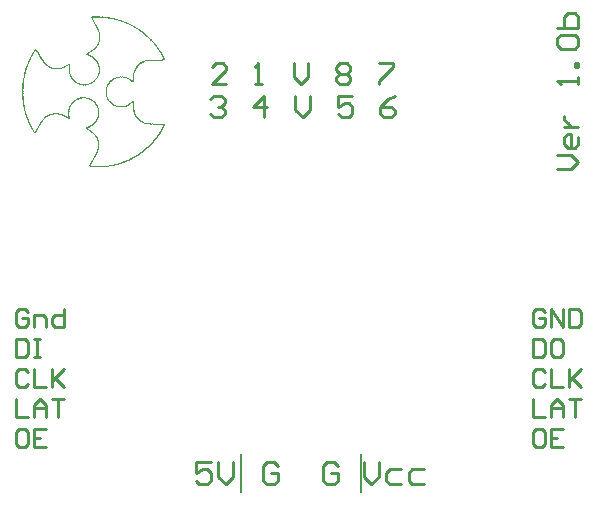
<source format=gbr>
G04 Layer_Color=65535*
%FSLAX26Y26*%
%MOIN*%
%TF.FileFunction,Other,Mechanical_2*%
%TF.Part,Single*%
G01*
G75*
%TA.AperFunction,NonConductor*%
%ADD27C,0.007874*%
%ADD28C,0.010000*%
G36*
X-660456Y708620D02*
X-656971D01*
Y707922D01*
X-656274D01*
Y708620D01*
X-655577D01*
Y707922D01*
X-654880D01*
Y708620D01*
X-654183D01*
Y707922D01*
X-649303D01*
Y707225D01*
X-648606D01*
Y707922D01*
X-647909D01*
Y707225D01*
X-647212D01*
Y707922D01*
X-646515D01*
Y707225D01*
X-644423D01*
Y706528D01*
X-643726D01*
Y707225D01*
X-643029D01*
Y706528D01*
X-642332D01*
Y707225D01*
X-641635D01*
Y706528D01*
X-636755D01*
Y705831D01*
X-636058D01*
Y706528D01*
X-635361D01*
Y705831D01*
X-634664D01*
Y705134D01*
X-633967D01*
Y705831D01*
X-633270D01*
Y705134D01*
X-629784D01*
Y704437D01*
X-629087D01*
Y705134D01*
X-628390D01*
Y704437D01*
X-627693D01*
Y703740D01*
X-626996D01*
Y704437D01*
X-626299D01*
Y703740D01*
X-622814D01*
Y703043D01*
X-622116D01*
Y703740D01*
X-621419D01*
Y703043D01*
X-620722D01*
Y702346D01*
X-620025D01*
Y703043D01*
X-619328D01*
Y702346D01*
X-617237D01*
Y701649D01*
X-616540D01*
Y702346D01*
X-615843D01*
Y701649D01*
X-615146D01*
Y700951D01*
X-614449D01*
Y701649D01*
X-613751D01*
Y700951D01*
X-611660D01*
Y700254D01*
X-610963D01*
Y700951D01*
X-610266D01*
Y700254D01*
X-609569D01*
Y699557D01*
X-607478D01*
Y698860D01*
X-606780D01*
Y699557D01*
X-606083D01*
Y698860D01*
X-605386D01*
Y698163D01*
X-604689D01*
Y698860D01*
X-603992D01*
Y698163D01*
X-601901D01*
Y697466D01*
X-599810D01*
Y696769D01*
X-597718D01*
Y696072D01*
X-597021D01*
Y695375D01*
X-596324D01*
Y696072D01*
X-595627D01*
Y695375D01*
X-593536D01*
Y694678D01*
X-592839D01*
Y693981D01*
X-592142D01*
Y694678D01*
X-591445D01*
Y693981D01*
X-589353D01*
Y693284D01*
X-588656D01*
Y692586D01*
X-586565D01*
Y691889D01*
X-585868D01*
Y692586D01*
X-585171D01*
Y691889D01*
X-584474D01*
Y691192D01*
X-582383D01*
Y690495D01*
X-581686D01*
Y689798D01*
X-579594D01*
Y689101D01*
X-577503D01*
Y688404D01*
X-576806D01*
Y687707D01*
X-576109D01*
Y688404D01*
X-575412D01*
Y687707D01*
X-574715D01*
Y687010D01*
X-572623D01*
Y686313D01*
X-571926D01*
Y685615D01*
X-569835D01*
Y684918D01*
X-569138D01*
Y684221D01*
X-567047D01*
Y683524D01*
X-566350D01*
Y682827D01*
X-564258D01*
Y682130D01*
X-563561D01*
Y681433D01*
X-561470D01*
Y680736D01*
X-560773D01*
Y680039D01*
X-558682D01*
Y679342D01*
X-557984D01*
Y678645D01*
X-555893D01*
Y677948D01*
X-555196D01*
Y677250D01*
X-554499D01*
Y676553D01*
X-553105D01*
Y675856D01*
X-551711D01*
Y675159D01*
X-551014D01*
Y674462D01*
X-548922D01*
Y673765D01*
X-548225D01*
Y673068D01*
X-547528D01*
Y672371D01*
X-546831D01*
Y673068D01*
X-546134D01*
Y672371D01*
X-545437D01*
Y671674D01*
X-544740D01*
Y670977D01*
X-544043D01*
Y670280D01*
X-541952D01*
Y669582D01*
X-541254D01*
Y668885D01*
X-540557D01*
Y668188D01*
X-539860D01*
Y667491D01*
X-537769D01*
Y666794D01*
X-537072D01*
Y666097D01*
X-536375D01*
Y665400D01*
X-535678D01*
Y664703D01*
X-534283D01*
Y664006D01*
X-533586D01*
Y663309D01*
X-532192D01*
Y662612D01*
X-531495D01*
Y661915D01*
X-530798D01*
Y661217D01*
X-530101D01*
Y660520D01*
X-528010D01*
Y659823D01*
X-527313D01*
Y659126D01*
X-526616D01*
Y658429D01*
X-525918D01*
Y657732D01*
X-525221D01*
Y657035D01*
X-524524D01*
Y656338D01*
X-522433D01*
Y655641D01*
Y654944D01*
X-521039D01*
Y654247D01*
X-520342D01*
Y653549D01*
X-519645D01*
Y652852D01*
X-518947D01*
Y652155D01*
X-518250D01*
Y651458D01*
X-517553D01*
Y650761D01*
X-516159D01*
Y650064D01*
X-515462D01*
Y649367D01*
X-514068D01*
Y648670D01*
Y647973D01*
X-512674D01*
Y647276D01*
X-511977D01*
Y646579D01*
X-511280D01*
Y645882D01*
X-510582D01*
Y645184D01*
X-509885D01*
Y644487D01*
X-509188D01*
Y643790D01*
X-508491D01*
Y643093D01*
X-507794D01*
Y642396D01*
X-507097D01*
Y641699D01*
X-506400D01*
Y641002D01*
X-505703D01*
Y640305D01*
X-505006D01*
Y639608D01*
X-504309D01*
Y638911D01*
X-503612D01*
Y638214D01*
X-502915D01*
Y637516D01*
X-502217D01*
Y636819D01*
X-501520D01*
Y636122D01*
X-500823D01*
Y635425D01*
X-500126D01*
Y634728D01*
X-499429D01*
Y634031D01*
X-498732D01*
Y633334D01*
X-498035D01*
Y632637D01*
X-497338D01*
Y631940D01*
X-496641D01*
Y631243D01*
X-495944D01*
Y630546D01*
X-495247D01*
Y629849D01*
X-494550D01*
Y629152D01*
X-493853D01*
Y628454D01*
X-493155D01*
Y627757D01*
X-492458D01*
Y627060D01*
X-491761D01*
Y626363D01*
X-491064D01*
Y625666D01*
X-490367D01*
Y624969D01*
X-489670D01*
Y624272D01*
X-488973D01*
Y623575D01*
Y622878D01*
X-487579D01*
Y622181D01*
Y621484D01*
Y620787D01*
X-486882D01*
Y620089D01*
X-486184D01*
Y619392D01*
X-485487D01*
Y618695D01*
X-484790D01*
Y617998D01*
X-484093D01*
Y617301D01*
X-483396D01*
Y616604D01*
Y615907D01*
X-482002D01*
Y615210D01*
X-482699D01*
Y614513D01*
X-481305D01*
Y613816D01*
Y613118D01*
X-480608D01*
Y612421D01*
X-479911D01*
Y611724D01*
X-479214D01*
Y611027D01*
X-478517D01*
Y610330D01*
X-477819D01*
Y609633D01*
Y608936D01*
X-476425D01*
Y608239D01*
X-477122D01*
Y607542D01*
X-476425D01*
Y606845D01*
X-475728D01*
Y606148D01*
X-475031D01*
Y605451D01*
X-474334D01*
Y604753D01*
X-473637D01*
Y604056D01*
X-474334D01*
Y603359D01*
X-472940D01*
Y602662D01*
Y601965D01*
X-472243D01*
Y601268D01*
X-471546D01*
Y600571D01*
X-470849D01*
Y599874D01*
Y599177D01*
X-470151D01*
Y598480D01*
Y597783D01*
X-469454D01*
Y597085D01*
X-468757D01*
Y596388D01*
X-468060D01*
Y595691D01*
Y594994D01*
X-467363D01*
Y594297D01*
Y593600D01*
X-466666D01*
Y592903D01*
X-465969D01*
Y592206D01*
X-465272D01*
Y591509D01*
X-464575D01*
Y590812D01*
Y590115D01*
Y589418D01*
X-463878D01*
Y588720D01*
X-463181D01*
Y588023D01*
X-462483D01*
Y587326D01*
X-463181D01*
Y586629D01*
X-461786D01*
Y585932D01*
Y585235D01*
X-461089D01*
Y584538D01*
X-460392D01*
Y583841D01*
X-459695D01*
Y583144D01*
X-460392D01*
Y582447D01*
X-459695D01*
Y581750D01*
X-458998D01*
Y581052D01*
X-458301D01*
Y580355D01*
X-458998D01*
Y579658D01*
X-458301D01*
Y578961D01*
X-457604D01*
Y578264D01*
X-456907D01*
Y577567D01*
Y576870D01*
Y576173D01*
X-456210D01*
Y575476D01*
X-455513D01*
Y574779D01*
X-456210D01*
Y574082D01*
X-455513D01*
Y573385D01*
X-454815D01*
Y572688D01*
X-454118D01*
Y571990D01*
X-454815D01*
Y571293D01*
X-454118D01*
Y570596D01*
Y569899D01*
X-453421D01*
Y569202D01*
Y568505D01*
X-452724D01*
Y567808D01*
X-453421D01*
Y567111D01*
X-452724D01*
Y566414D01*
X-453421D01*
Y565716D01*
X-452724D01*
Y565019D01*
X-453421D01*
Y564322D01*
Y563625D01*
X-454815D01*
Y562928D01*
X-455513D01*
Y563625D01*
X-456210D01*
Y562928D01*
X-458301D01*
Y562231D01*
X-458998D01*
Y562928D01*
X-459695D01*
Y562231D01*
X-477122D01*
Y561534D01*
X-477819D01*
Y562231D01*
X-478517D01*
Y561534D01*
X-479214D01*
Y562231D01*
X-479911D01*
Y561534D01*
X-480608D01*
Y562231D01*
X-481305D01*
Y561534D01*
X-482002D01*
Y562231D01*
X-482699D01*
Y561534D01*
X-483396D01*
Y562231D01*
X-484093D01*
Y561534D01*
X-484790D01*
Y562231D01*
X-485487D01*
Y561534D01*
X-486184D01*
Y562231D01*
X-486882D01*
Y561534D01*
X-487579D01*
Y562231D01*
X-488276D01*
Y561534D01*
X-488973D01*
Y562231D01*
X-489670D01*
Y561534D01*
X-490367D01*
Y562231D01*
X-491064D01*
Y561534D01*
X-493155D01*
Y562231D01*
X-493853D01*
Y561534D01*
X-498732D01*
Y560837D01*
X-499429D01*
Y561534D01*
X-500126D01*
Y560837D01*
X-500823D01*
Y561534D01*
X-501520D01*
Y560837D01*
X-502217D01*
Y561534D01*
X-502915D01*
Y560837D01*
X-503612D01*
Y561534D01*
X-504309D01*
Y560837D01*
X-505006D01*
Y561534D01*
X-505703D01*
Y560837D01*
X-510582D01*
Y560140D01*
X-511280D01*
Y560837D01*
X-511977D01*
Y560140D01*
X-514068D01*
Y559443D01*
X-517553D01*
Y558746D01*
X-518250D01*
Y558049D01*
X-520342D01*
Y557351D01*
X-522433D01*
Y556654D01*
X-523130D01*
Y555957D01*
X-523827D01*
Y556654D01*
X-524524D01*
Y555957D01*
X-523827D01*
Y555260D01*
X-524524D01*
Y555957D01*
X-525221D01*
Y555260D01*
X-525918D01*
Y554563D01*
X-527313D01*
Y553866D01*
X-528707D01*
Y553169D01*
X-529404D01*
Y552472D01*
X-531495D01*
Y551775D01*
X-532192D01*
Y551078D01*
X-532889D01*
Y550381D01*
X-533586D01*
Y549683D01*
X-534283D01*
Y548986D01*
X-535678D01*
Y548289D01*
X-537072D01*
Y547592D01*
Y546895D01*
X-538466D01*
Y546198D01*
X-539163D01*
Y545501D01*
X-539860D01*
Y544804D01*
Y544107D01*
X-541254D01*
Y543410D01*
X-541952D01*
Y542713D01*
X-542649D01*
Y542016D01*
Y541318D01*
X-543346D01*
Y540621D01*
Y539924D01*
X-544043D01*
Y539227D01*
X-544740D01*
Y538530D01*
X-545437D01*
Y537833D01*
X-546134D01*
Y537136D01*
X-546831D01*
Y536439D01*
X-546134D01*
Y535742D01*
X-547528D01*
Y535045D01*
Y534348D01*
X-548225D01*
Y533650D01*
X-548922D01*
Y532953D01*
Y532256D01*
Y531559D01*
X-549619D01*
Y530862D01*
X-550317D01*
Y530165D01*
X-551014D01*
Y529468D01*
X-550317D01*
Y528771D01*
X-551014D01*
Y528074D01*
X-551711D01*
Y527377D01*
Y526680D01*
Y525982D01*
X-552408D01*
Y525285D01*
Y524588D01*
X-553105D01*
Y523891D01*
Y523194D01*
X-553802D01*
Y522497D01*
X-553105D01*
Y521800D01*
X-553802D01*
Y521103D01*
Y520406D01*
Y519709D01*
X-554499D01*
Y519012D01*
Y518315D01*
Y517617D01*
X-555196D01*
Y516920D01*
X-554499D01*
Y516223D01*
X-555196D01*
Y515526D01*
X-554499D01*
Y514829D01*
X-555196D01*
Y514132D01*
X-554499D01*
Y513435D01*
X-555196D01*
Y512738D01*
Y512041D01*
Y511344D01*
Y510647D01*
Y509950D01*
X-555893D01*
Y509252D01*
X-555196D01*
Y508555D01*
X-555893D01*
Y507858D01*
Y507161D01*
Y506464D01*
Y505767D01*
Y505070D01*
Y504373D01*
Y503676D01*
Y502979D01*
Y502281D01*
Y501584D01*
Y500887D01*
Y500190D01*
Y499493D01*
X-556590D01*
Y498796D01*
X-555893D01*
Y498099D01*
X-556590D01*
Y497402D01*
X-555893D01*
Y496705D01*
X-556590D01*
Y496008D01*
X-555893D01*
Y495311D01*
X-556590D01*
Y494614D01*
Y493916D01*
Y493219D01*
X-557287D01*
Y492522D01*
Y491825D01*
Y491128D01*
X-557984D01*
Y490431D01*
Y489734D01*
X-559379D01*
Y489037D01*
X-560076D01*
Y489734D01*
X-562167D01*
Y490431D01*
X-562864D01*
Y491128D01*
X-563561D01*
Y491825D01*
X-564258D01*
Y492522D01*
X-564955D01*
Y493219D01*
X-565652D01*
Y493916D01*
X-567744D01*
Y494614D01*
Y495311D01*
X-569138D01*
Y496008D01*
X-569835D01*
Y496705D01*
X-570532D01*
Y497402D01*
X-571229D01*
Y498099D01*
X-572623D01*
Y498796D01*
Y499493D01*
X-573320D01*
Y498796D01*
X-574017D01*
Y499493D01*
X-574715D01*
Y500190D01*
X-575412D01*
Y500887D01*
X-577503D01*
Y501584D01*
X-578200D01*
Y502281D01*
X-580291D01*
Y502979D01*
X-580988D01*
Y503676D01*
X-583080D01*
Y504373D01*
X-583777D01*
Y503676D01*
X-584474D01*
Y504373D01*
X-585171D01*
Y505070D01*
X-588656D01*
Y505767D01*
X-589353D01*
Y505070D01*
X-590051D01*
Y505767D01*
X-590748D01*
Y505070D01*
X-591445D01*
Y505767D01*
X-592142D01*
Y506464D01*
X-592839D01*
Y505767D01*
X-593536D01*
Y506464D01*
X-594233D01*
Y505767D01*
X-594930D01*
Y506464D01*
X-595627D01*
Y505767D01*
X-596324D01*
Y506464D01*
X-597021D01*
Y505767D01*
X-597718D01*
Y506464D01*
X-598416D01*
Y505767D01*
X-599113D01*
Y506464D01*
X-599810D01*
Y505767D01*
X-600507D01*
Y506464D01*
X-601204D01*
Y505767D01*
X-601901D01*
Y506464D01*
X-602598D01*
Y505767D01*
X-604689D01*
Y505070D01*
X-605386D01*
Y505767D01*
X-606083D01*
Y505070D01*
X-609569D01*
Y504373D01*
X-611660D01*
Y503676D01*
X-613751D01*
Y502979D01*
X-615843D01*
Y502281D01*
X-617934D01*
Y501584D01*
X-618631D01*
Y500887D01*
X-619328D01*
Y500190D01*
X-621419D01*
Y499493D01*
X-622116D01*
Y498796D01*
X-622814D01*
Y498099D01*
X-624905D01*
Y497402D01*
X-625602D01*
Y496705D01*
X-626299D01*
Y496008D01*
X-626996D01*
Y495311D01*
X-627693D01*
Y494614D01*
X-628390D01*
Y493916D01*
X-630482D01*
Y493219D01*
Y492522D01*
X-631876D01*
Y491825D01*
Y491128D01*
X-633270D01*
Y490431D01*
X-633967D01*
Y489734D01*
X-634664D01*
Y489037D01*
Y488340D01*
X-635361D01*
Y487643D01*
X-636058D01*
Y486946D01*
X-636755D01*
Y486248D01*
Y485551D01*
X-637452D01*
Y484854D01*
X-638149D01*
Y484157D01*
X-638847D01*
Y483460D01*
Y482763D01*
X-639544D01*
Y482066D01*
Y481369D01*
X-640241D01*
Y480672D01*
X-640938D01*
Y479975D01*
X-641635D01*
Y479278D01*
Y478581D01*
Y477883D01*
X-642332D01*
Y477186D01*
X-643029D01*
Y476489D01*
X-642332D01*
Y475792D01*
X-643029D01*
Y475095D01*
Y474398D01*
X-643726D01*
Y473701D01*
Y473004D01*
X-644423D01*
Y472307D01*
X-643726D01*
Y471610D01*
X-644423D01*
Y470913D01*
X-645120D01*
Y470216D01*
Y469518D01*
Y468821D01*
X-645817D01*
Y468124D01*
X-645120D01*
Y467427D01*
X-645817D01*
Y466730D01*
Y466033D01*
Y465336D01*
X-646515D01*
Y464639D01*
X-645817D01*
Y463942D01*
X-646515D01*
Y463245D01*
Y462548D01*
Y461851D01*
Y461153D01*
Y460456D01*
Y459759D01*
Y459062D01*
X-647212D01*
Y458365D01*
X-646515D01*
Y457668D01*
X-647212D01*
Y456971D01*
X-646515D01*
Y456274D01*
X-647212D01*
Y455577D01*
X-646515D01*
Y454880D01*
Y454183D01*
Y453486D01*
Y452788D01*
Y452091D01*
Y451394D01*
Y450697D01*
X-645817D01*
Y450000D01*
Y449303D01*
Y448606D01*
Y447909D01*
Y447212D01*
X-645120D01*
Y446514D01*
X-645817D01*
Y445817D01*
X-645120D01*
Y445120D01*
Y444423D01*
Y443726D01*
X-644423D01*
Y443029D01*
Y442332D01*
Y441635D01*
X-643726D01*
Y440938D01*
Y440241D01*
Y439544D01*
X-643029D01*
Y438846D01*
X-642332D01*
Y438149D01*
X-643029D01*
Y437452D01*
X-642332D01*
Y436755D01*
X-641635D01*
Y436058D01*
X-640938D01*
Y435361D01*
Y434664D01*
Y433967D01*
X-640241D01*
Y433270D01*
X-639544D01*
Y432573D01*
Y431876D01*
X-638847D01*
Y431179D01*
Y430482D01*
X-638149D01*
Y429784D01*
X-637452D01*
Y429087D01*
X-636755D01*
Y428390D01*
X-636058D01*
Y427693D01*
X-635361D01*
Y426996D01*
X-634664D01*
Y426299D01*
X-633967D01*
Y425602D01*
Y424905D01*
X-632573D01*
Y424208D01*
Y423511D01*
X-631179D01*
Y422813D01*
X-630482D01*
Y422116D01*
X-629784D01*
Y421419D01*
X-629087D01*
Y420722D01*
X-628390D01*
Y420025D01*
X-627693D01*
Y419328D01*
X-626996D01*
Y418631D01*
X-626299D01*
Y417934D01*
X-624208D01*
Y417237D01*
X-623511D01*
Y416540D01*
X-622814D01*
Y415843D01*
X-620722D01*
Y415146D01*
X-620025D01*
Y414449D01*
X-619328D01*
Y413752D01*
X-618631D01*
Y414449D01*
X-617934D01*
Y413752D01*
X-615843D01*
Y413054D01*
X-615146D01*
Y412357D01*
X-613054D01*
Y411660D01*
X-612357D01*
Y412357D01*
X-611660D01*
Y411660D01*
X-610963D01*
Y410963D01*
X-610266D01*
Y411660D01*
X-609569D01*
Y410963D01*
X-606083D01*
Y410266D01*
X-605386D01*
Y410963D01*
X-604689D01*
Y410266D01*
X-603992D01*
Y410963D01*
X-603295D01*
Y410266D01*
X-601204D01*
Y409569D01*
X-600507D01*
Y410266D01*
X-599810D01*
Y409569D01*
X-599113D01*
Y410266D01*
X-598416D01*
Y409569D01*
X-597718D01*
Y410266D01*
X-597021D01*
Y409569D01*
X-596324D01*
Y410266D01*
X-595627D01*
Y409569D01*
X-594930D01*
Y410266D01*
X-594233D01*
Y409569D01*
X-593536D01*
Y410266D01*
X-592839D01*
Y409569D01*
X-592142D01*
Y410266D01*
X-590051D01*
Y410963D01*
X-586565D01*
Y411660D01*
X-584474D01*
Y412357D01*
X-582383D01*
Y413054D01*
X-581686D01*
Y413752D01*
X-579594D01*
Y414449D01*
X-578897D01*
Y415146D01*
X-576806D01*
Y415843D01*
X-576109D01*
Y416540D01*
X-575412D01*
Y417237D01*
X-574715D01*
Y416540D01*
X-574017D01*
Y417237D01*
X-573320D01*
Y417934D01*
X-572623D01*
Y418631D01*
X-571926D01*
Y419328D01*
X-569835D01*
Y420025D01*
X-569138D01*
Y420722D01*
X-568441D01*
Y421419D01*
X-567744D01*
Y422116D01*
X-567047D01*
Y422813D01*
X-566350D01*
Y423511D01*
X-564258D01*
Y424208D01*
Y424905D01*
X-562864D01*
Y425602D01*
X-562167D01*
Y426299D01*
X-561470D01*
Y426996D01*
X-560773D01*
Y427693D01*
X-557287D01*
Y426996D01*
X-557984D01*
Y426299D01*
X-557287D01*
Y425602D01*
Y424905D01*
Y424208D01*
X-556590D01*
Y423511D01*
X-557287D01*
Y422813D01*
X-556590D01*
Y422116D01*
Y421419D01*
Y420722D01*
X-555893D01*
Y420025D01*
X-556590D01*
Y419328D01*
X-555893D01*
Y418631D01*
X-556590D01*
Y417934D01*
X-555893D01*
Y417237D01*
X-556590D01*
Y416540D01*
X-555893D01*
Y415843D01*
X-556590D01*
Y415146D01*
X-555893D01*
Y414449D01*
Y413752D01*
Y413054D01*
Y412357D01*
Y411660D01*
Y410963D01*
Y410266D01*
X-555196D01*
Y409569D01*
X-555893D01*
Y408872D01*
X-555196D01*
Y408175D01*
X-555893D01*
Y407478D01*
X-555196D01*
Y406781D01*
Y406083D01*
Y405386D01*
Y404689D01*
Y403992D01*
Y403295D01*
Y402598D01*
X-554499D01*
Y401901D01*
X-555196D01*
Y401204D01*
X-554499D01*
Y400507D01*
X-555196D01*
Y399810D01*
X-554499D01*
Y399113D01*
Y398416D01*
Y397719D01*
Y397021D01*
Y396324D01*
X-553802D01*
Y395627D01*
X-554499D01*
Y394930D01*
X-553802D01*
Y394233D01*
Y393536D01*
Y392839D01*
X-553105D01*
Y392142D01*
X-553802D01*
Y391445D01*
X-553105D01*
Y390748D01*
Y390050D01*
X-552408D01*
Y389353D01*
Y388656D01*
X-551711D01*
Y387959D01*
X-552408D01*
Y387262D01*
X-551711D01*
Y386565D01*
Y385868D01*
X-551014D01*
Y385171D01*
Y384474D01*
X-550317D01*
Y383777D01*
Y383080D01*
X-549619D01*
Y382383D01*
Y381685D01*
X-548922D01*
Y380988D01*
X-548225D01*
Y380291D01*
X-547528D01*
Y379594D01*
X-548225D01*
Y378897D01*
X-547528D01*
Y378200D01*
X-546831D01*
Y377503D01*
X-546134D01*
Y376806D01*
X-545437D01*
Y376109D01*
X-544740D01*
Y375412D01*
Y374714D01*
X-543346D01*
Y374017D01*
X-544043D01*
Y373320D01*
X-543346D01*
Y372623D01*
X-542649D01*
Y371926D01*
X-541952D01*
Y371229D01*
X-541254D01*
Y370532D01*
X-540557D01*
Y369835D01*
X-539860D01*
Y369138D01*
X-539163D01*
Y368441D01*
X-538466D01*
Y367744D01*
X-537769D01*
Y367047D01*
X-537072D01*
Y366349D01*
X-536375D01*
Y365652D01*
X-535678D01*
Y364955D01*
X-534981D01*
Y364258D01*
X-534283D01*
Y363561D01*
X-532192D01*
Y362864D01*
Y362167D01*
X-530798D01*
Y361470D01*
X-530101D01*
Y360773D01*
X-529404D01*
Y360076D01*
X-528707D01*
Y359379D01*
X-526616D01*
Y358682D01*
X-525918D01*
Y357984D01*
X-523827D01*
Y357287D01*
X-523130D01*
Y356590D01*
X-521039D01*
Y355893D01*
X-520342D01*
Y355196D01*
X-519645D01*
Y355893D01*
X-518947D01*
Y355196D01*
X-516856D01*
Y354499D01*
X-514765D01*
Y353802D01*
X-509885D01*
Y353105D01*
X-509188D01*
Y353802D01*
X-508491D01*
Y353105D01*
X-507794D01*
Y353802D01*
X-507097D01*
Y353105D01*
X-506400D01*
Y353802D01*
X-505703D01*
Y353105D01*
X-502217D01*
Y352408D01*
X-501520D01*
Y353105D01*
X-499429D01*
Y352408D01*
X-498732D01*
Y353105D01*
X-498035D01*
Y352408D01*
X-497338D01*
Y353105D01*
X-496641D01*
Y352408D01*
X-495944D01*
Y353105D01*
X-495247D01*
Y352408D01*
X-494550D01*
Y353105D01*
X-493853D01*
Y352408D01*
X-493155D01*
Y353105D01*
X-492458D01*
Y352408D01*
X-491761D01*
Y353105D01*
X-491064D01*
Y352408D01*
X-488973D01*
Y353105D01*
X-488276D01*
Y352408D01*
X-463878D01*
Y351711D01*
X-463181D01*
Y352408D01*
X-462483D01*
Y351711D01*
X-461786D01*
Y352408D01*
X-461089D01*
Y351711D01*
X-460392D01*
Y352408D01*
X-459695D01*
Y351711D01*
X-458998D01*
Y351014D01*
X-458301D01*
Y351711D01*
X-457604D01*
Y351014D01*
X-455513D01*
Y350317D01*
X-454815D01*
Y349620D01*
X-452724D01*
Y348922D01*
X-453421D01*
Y348225D01*
X-452724D01*
Y347528D01*
Y346831D01*
Y346134D01*
X-453421D01*
Y345437D01*
X-452724D01*
Y344740D01*
X-453421D01*
Y344043D01*
X-454118D01*
Y343346D01*
Y342649D01*
Y341951D01*
X-454815D01*
Y341254D01*
X-455513D01*
Y340557D01*
Y339860D01*
Y339163D01*
X-456210D01*
Y338466D01*
X-456907D01*
Y337769D01*
Y337072D01*
Y336375D01*
X-457604D01*
Y335678D01*
X-458301D01*
Y334981D01*
X-458998D01*
Y334284D01*
X-458301D01*
Y333586D01*
X-458998D01*
Y332889D01*
X-459695D01*
Y332192D01*
X-460392D01*
Y331495D01*
Y330798D01*
X-461089D01*
Y330101D01*
Y329404D01*
X-461786D01*
Y328707D01*
X-462483D01*
Y328010D01*
X-463181D01*
Y327312D01*
X-462483D01*
Y326615D01*
X-463181D01*
Y325918D01*
X-463878D01*
Y325221D01*
X-464575D01*
Y324524D01*
X-463878D01*
Y323827D01*
X-464575D01*
Y323130D01*
X-465272D01*
Y322433D01*
X-465969D01*
Y321736D01*
X-466666D01*
Y321039D01*
X-467363D01*
Y320342D01*
X-466666D01*
Y319645D01*
X-467363D01*
Y318947D01*
X-468060D01*
Y318250D01*
X-468757D01*
Y317553D01*
Y316856D01*
X-469454D01*
Y316159D01*
Y315462D01*
X-470151D01*
Y314765D01*
X-470849D01*
Y314068D01*
X-471546D01*
Y313371D01*
X-472243D01*
Y312674D01*
X-472940D01*
Y311977D01*
X-472243D01*
Y311280D01*
X-473637D01*
Y310582D01*
Y309885D01*
X-474334D01*
Y309188D01*
X-475031D01*
Y308491D01*
X-475728D01*
Y307794D01*
Y307097D01*
X-476425D01*
Y306400D01*
Y305703D01*
X-477122D01*
Y305006D01*
X-477819D01*
Y304309D01*
X-478517D01*
Y303612D01*
X-479214D01*
Y302914D01*
X-479911D01*
Y302217D01*
X-480608D01*
Y301520D01*
X-481305D01*
Y300823D01*
X-480608D01*
Y300126D01*
X-482002D01*
Y299429D01*
Y298732D01*
X-482699D01*
Y298035D01*
X-483396D01*
Y297338D01*
X-484093D01*
Y296641D01*
X-484790D01*
Y295944D01*
X-485487D01*
Y295247D01*
X-486184D01*
Y294550D01*
X-486882D01*
Y293852D01*
Y293155D01*
X-488276D01*
Y292458D01*
Y291761D01*
X-488973D01*
Y291064D01*
Y290367D01*
X-489670D01*
Y289670D01*
X-490367D01*
Y288973D01*
X-491064D01*
Y288276D01*
X-491761D01*
Y287579D01*
X-492458D01*
Y286882D01*
X-493155D01*
Y286184D01*
X-493853D01*
Y285487D01*
X-494550D01*
Y284790D01*
X-495247D01*
Y284093D01*
X-495944D01*
Y283396D01*
X-496641D01*
Y282699D01*
X-497338D01*
Y282002D01*
X-498035D01*
Y281305D01*
X-498732D01*
Y280608D01*
X-499429D01*
Y279911D01*
X-500126D01*
Y279214D01*
X-500823D01*
Y278517D01*
X-501520D01*
Y277819D01*
X-502217D01*
Y277122D01*
X-502915D01*
Y276425D01*
X-503612D01*
Y275728D01*
X-504309D01*
Y275031D01*
X-505006D01*
Y274334D01*
X-505703D01*
Y273637D01*
X-506400D01*
Y272940D01*
X-507097D01*
Y272243D01*
X-507794D01*
Y271546D01*
X-508491D01*
Y270849D01*
X-509188D01*
Y270151D01*
X-509885D01*
Y269454D01*
X-511280D01*
Y268757D01*
X-511977D01*
Y268060D01*
X-513371D01*
Y267363D01*
Y266666D01*
X-514765D01*
Y265969D01*
X-515462D01*
Y265272D01*
X-516159D01*
Y264575D01*
X-516856D01*
Y263878D01*
X-517553D01*
Y263180D01*
X-518250D01*
Y262483D01*
X-518947D01*
Y261786D01*
X-519645D01*
Y261089D01*
X-521736D01*
Y260392D01*
X-522433D01*
Y259695D01*
X-523130D01*
Y258998D01*
X-523827D01*
Y258301D01*
X-524524D01*
Y257604D01*
X-525221D01*
Y256907D01*
X-525918D01*
Y256210D01*
X-527313D01*
Y255513D01*
X-528707D01*
Y254815D01*
X-529404D01*
Y254118D01*
X-530101D01*
Y253421D01*
X-530798D01*
Y252724D01*
X-532889D01*
Y252027D01*
X-532192D01*
Y251330D01*
X-532889D01*
Y252027D01*
X-533586D01*
Y251330D01*
X-534283D01*
Y250633D01*
X-534981D01*
Y249936D01*
X-535678D01*
Y249239D01*
X-536375D01*
Y248542D01*
X-538466D01*
Y247845D01*
X-539163D01*
Y247148D01*
X-539860D01*
Y246450D01*
X-540557D01*
Y245753D01*
X-542649D01*
Y245056D01*
X-543346D01*
Y244359D01*
X-544043D01*
Y243662D01*
X-545437D01*
Y242965D01*
X-546831D01*
Y242268D01*
X-547528D01*
Y241571D01*
X-549619D01*
Y240874D01*
X-550317D01*
Y240177D01*
X-551014D01*
Y239480D01*
X-552408D01*
Y238782D01*
X-553802D01*
Y238085D01*
X-554499D01*
Y237388D01*
X-556590D01*
Y236691D01*
X-557287D01*
Y235994D01*
X-559379D01*
Y235297D01*
X-560076D01*
Y234600D01*
X-560773D01*
Y233903D01*
X-561470D01*
Y234600D01*
X-562167D01*
Y233903D01*
X-562864D01*
Y233206D01*
X-563561D01*
Y232509D01*
X-564955D01*
Y231812D01*
X-566350D01*
Y231114D01*
X-567047D01*
Y230417D01*
X-567744D01*
Y231114D01*
X-568441D01*
Y230417D01*
X-569138D01*
Y229720D01*
X-570532D01*
Y229023D01*
X-571926D01*
Y228326D01*
X-572623D01*
Y229023D01*
X-573320D01*
Y228326D01*
X-574017D01*
Y227629D01*
X-574715D01*
Y226932D01*
X-575412D01*
Y227629D01*
X-576109D01*
Y226932D01*
X-576806D01*
Y226235D01*
X-578897D01*
Y225538D01*
X-579594D01*
Y224841D01*
X-581686D01*
Y224144D01*
X-582383D01*
Y224841D01*
X-583080D01*
Y224144D01*
X-582383D01*
Y223447D01*
X-583080D01*
Y224144D01*
X-583777D01*
Y223447D01*
X-584474D01*
Y222750D01*
X-585171D01*
Y223447D01*
X-585868D01*
Y222750D01*
X-586565D01*
Y222052D01*
X-588656D01*
Y221355D01*
X-590748D01*
Y220658D01*
X-592839D01*
Y219961D01*
X-594930D01*
Y219264D01*
X-597021D01*
Y218567D01*
X-597718D01*
Y217870D01*
X-601204D01*
Y217173D01*
X-603295D01*
Y216476D01*
X-605386D01*
Y215779D01*
X-607478D01*
Y215082D01*
X-610963D01*
Y214384D01*
X-613054D01*
Y213687D01*
X-616540D01*
Y212990D01*
X-617237D01*
Y213687D01*
X-617934D01*
Y212990D01*
X-618631D01*
Y212293D01*
X-619328D01*
Y212990D01*
X-620025D01*
Y212293D01*
X-623511D01*
Y211596D01*
X-625602D01*
Y210899D01*
X-626299D01*
Y211596D01*
X-626996D01*
Y210899D01*
X-630482D01*
Y210202D01*
X-631179D01*
Y210899D01*
X-631876D01*
Y210202D01*
X-632573D01*
Y209505D01*
X-633270D01*
Y210202D01*
X-633967D01*
Y209505D01*
X-637452D01*
Y208808D01*
X-638149D01*
Y209505D01*
X-638847D01*
Y208808D01*
X-639544D01*
Y209505D01*
X-640241D01*
Y208808D01*
X-642332D01*
Y208111D01*
X-643029D01*
Y208808D01*
X-643726D01*
Y208111D01*
X-648606D01*
Y207414D01*
X-649303D01*
Y208111D01*
X-650000D01*
Y207414D01*
X-652091D01*
Y206716D01*
X-652788D01*
Y207414D01*
X-653485D01*
Y206716D01*
X-654183D01*
Y207414D01*
X-654880D01*
Y206716D01*
X-655577D01*
Y207414D01*
X-656274D01*
Y206716D01*
X-662548D01*
Y206019D01*
X-663245D01*
Y206716D01*
X-663942D01*
Y206019D01*
X-664639D01*
Y206716D01*
X-665336D01*
Y206019D01*
X-667427D01*
Y206716D01*
X-668124D01*
Y206019D01*
X-692522D01*
Y206716D01*
X-693219D01*
Y206019D01*
X-693917D01*
Y206716D01*
X-698796D01*
Y207414D01*
X-699493D01*
Y206716D01*
X-700190D01*
Y207414D01*
X-700887D01*
Y208111D01*
X-702979D01*
Y208808D01*
X-703676D01*
Y209505D01*
X-704373D01*
Y210202D01*
Y210899D01*
Y211596D01*
X-703676D01*
Y212293D01*
X-704373D01*
Y212990D01*
X-703676D01*
Y213687D01*
Y214384D01*
X-702979D01*
Y215082D01*
Y215779D01*
X-702282D01*
Y216476D01*
Y217173D01*
Y217870D01*
X-701585D01*
Y218567D01*
X-700887D01*
Y219264D01*
X-701585D01*
Y219961D01*
X-700887D01*
Y220658D01*
X-700190D01*
Y221355D01*
X-699493D01*
Y222052D01*
Y222750D01*
Y223447D01*
X-698796D01*
Y224144D01*
X-698099D01*
Y224841D01*
Y225538D01*
Y226235D01*
X-697402D01*
Y226932D01*
X-696705D01*
Y227629D01*
Y228326D01*
Y229023D01*
X-696008D01*
Y229720D01*
X-695311D01*
Y230417D01*
Y231114D01*
X-694614D01*
Y231812D01*
Y232509D01*
X-693917D01*
Y233206D01*
X-693219D01*
Y233903D01*
Y234600D01*
Y235297D01*
X-692522D01*
Y235994D01*
X-691825D01*
Y236691D01*
X-691128D01*
Y237388D01*
X-691825D01*
Y238085D01*
X-691128D01*
Y238782D01*
X-690431D01*
Y239480D01*
X-689734D01*
Y240177D01*
Y240874D01*
X-689037D01*
Y241571D01*
Y242268D01*
X-688340D01*
Y242965D01*
Y243662D01*
X-687643D01*
Y244359D01*
Y245056D01*
X-686946D01*
Y245753D01*
X-686249D01*
Y246450D01*
X-685551D01*
Y247148D01*
X-686249D01*
Y247845D01*
X-685551D01*
Y248542D01*
X-684854D01*
Y249239D01*
X-684157D01*
Y249936D01*
X-684854D01*
Y250633D01*
X-684157D01*
Y251330D01*
X-683460D01*
Y252027D01*
X-682763D01*
Y252724D01*
X-683460D01*
Y253421D01*
X-682763D01*
Y254118D01*
X-682066D01*
Y254815D01*
Y255513D01*
Y256210D01*
X-681369D01*
Y256907D01*
X-680672D01*
Y257604D01*
X-679975D01*
Y258301D01*
X-680672D01*
Y258998D01*
X-679975D01*
Y259695D01*
Y260392D01*
X-679278D01*
Y261089D01*
Y261786D01*
X-678581D01*
Y262483D01*
Y263180D01*
Y263878D01*
X-677884D01*
Y264575D01*
Y265272D01*
Y265969D01*
X-677186D01*
Y266666D01*
Y267363D01*
Y268060D01*
X-676489D01*
Y268757D01*
Y269454D01*
Y270151D01*
X-675792D01*
Y270849D01*
Y271546D01*
Y272243D01*
Y272940D01*
Y273637D01*
X-675095D01*
Y274334D01*
Y275031D01*
Y275728D01*
Y276425D01*
Y277122D01*
X-674398D01*
Y277819D01*
X-675095D01*
Y278517D01*
X-674398D01*
Y279214D01*
X-675095D01*
Y279911D01*
X-674398D01*
Y280608D01*
X-675095D01*
Y281305D01*
X-674398D01*
Y282002D01*
X-675095D01*
Y282699D01*
X-674398D01*
Y283396D01*
X-675095D01*
Y284093D01*
Y284790D01*
Y285487D01*
Y286184D01*
Y286882D01*
X-675792D01*
Y287579D01*
Y288276D01*
Y288973D01*
X-676489D01*
Y289670D01*
X-675792D01*
Y290367D01*
X-676489D01*
Y291064D01*
Y291761D01*
Y292458D01*
X-677186D01*
Y293155D01*
Y293852D01*
Y294550D01*
X-677884D01*
Y295247D01*
X-677186D01*
Y295944D01*
X-677884D01*
Y296641D01*
X-678581D01*
Y297338D01*
Y298035D01*
Y298732D01*
X-679278D01*
Y299429D01*
X-678581D01*
Y300126D01*
X-679278D01*
Y300823D01*
X-679975D01*
Y301520D01*
X-680672D01*
Y302217D01*
X-679975D01*
Y302914D01*
X-680672D01*
Y303612D01*
X-681369D01*
Y304309D01*
X-682066D01*
Y305006D01*
X-681369D01*
Y305703D01*
X-682066D01*
Y306400D01*
X-682763D01*
Y307097D01*
X-683460D01*
Y307794D01*
X-684157D01*
Y308491D01*
X-684854D01*
Y309188D01*
X-684157D01*
Y309885D01*
X-684854D01*
Y310582D01*
X-685551D01*
Y311280D01*
X-686249D01*
Y311977D01*
X-686946D01*
Y312674D01*
X-687643D01*
Y313371D01*
Y314068D01*
X-689037D01*
Y314765D01*
Y315462D01*
X-690431D01*
Y316159D01*
Y316856D01*
X-691825D01*
Y317553D01*
Y318250D01*
X-693219D01*
Y318947D01*
Y319645D01*
X-694614D01*
Y320342D01*
X-695311D01*
Y321039D01*
X-696008D01*
Y321736D01*
X-696705D01*
Y322433D01*
X-697402D01*
Y323130D01*
X-698099D01*
Y323827D01*
X-700190D01*
Y324524D01*
X-700887D01*
Y325221D01*
X-701585D01*
Y325918D01*
X-702282D01*
Y326615D01*
X-704373D01*
Y327312D01*
X-705070D01*
Y328010D01*
X-705767D01*
Y328707D01*
X-706464D01*
Y329404D01*
X-708555D01*
Y330101D01*
X-709252D01*
Y330798D01*
X-709950D01*
Y331495D01*
X-711344D01*
Y332192D01*
X-712738D01*
Y332889D01*
X-713435D01*
Y333586D01*
X-714132D01*
Y334284D01*
X-714829D01*
Y334981D01*
X-715526D01*
Y335678D01*
X-716223D01*
Y336375D01*
X-716920D01*
Y337072D01*
X-716223D01*
Y337769D01*
X-716920D01*
Y338466D01*
X-715526D01*
Y339163D01*
Y339860D01*
X-713435D01*
Y340557D01*
X-712738D01*
Y341254D01*
X-710647D01*
Y341951D01*
X-709950D01*
Y342649D01*
X-707858D01*
Y343346D01*
X-707161D01*
Y342649D01*
X-706464D01*
Y343346D01*
X-705767D01*
Y344043D01*
X-703676D01*
Y344740D01*
X-702979D01*
Y345437D01*
X-702282D01*
Y346134D01*
X-701585D01*
Y345437D01*
X-700887D01*
Y346134D01*
X-700190D01*
Y346831D01*
X-699493D01*
Y347528D01*
X-698796D01*
Y348225D01*
X-697402D01*
Y348922D01*
X-696008D01*
Y349620D01*
X-695311D01*
Y350317D01*
X-694614D01*
Y351014D01*
X-693917D01*
Y351711D01*
X-693219D01*
Y352408D01*
X-692522D01*
Y353105D01*
X-691825D01*
Y353802D01*
X-691128D01*
Y354499D01*
X-690431D01*
Y355196D01*
X-689037D01*
Y355893D01*
Y356590D01*
X-688340D01*
Y357287D01*
X-687643D01*
Y357984D01*
X-686946D01*
Y358682D01*
X-686249D01*
Y359379D01*
X-685551D01*
Y360076D01*
X-684854D01*
Y360773D01*
X-684157D01*
Y361470D01*
Y362167D01*
X-683460D01*
Y362864D01*
Y363561D01*
X-682763D01*
Y364258D01*
X-682066D01*
Y364955D01*
X-681369D01*
Y365652D01*
Y366349D01*
X-680672D01*
Y367047D01*
Y367744D01*
X-679975D01*
Y368441D01*
Y369138D01*
X-679278D01*
Y369835D01*
Y370532D01*
X-678581D01*
Y371229D01*
Y371926D01*
Y372623D01*
X-677884D01*
Y373320D01*
X-677186D01*
Y374017D01*
X-677884D01*
Y374714D01*
X-677186D01*
Y375412D01*
X-676489D01*
Y376109D01*
X-677186D01*
Y376806D01*
X-676489D01*
Y377503D01*
Y378200D01*
Y378897D01*
X-675792D01*
Y379594D01*
X-676489D01*
Y380291D01*
X-675792D01*
Y380988D01*
Y381685D01*
Y382383D01*
X-675095D01*
Y383080D01*
X-675792D01*
Y383777D01*
X-675095D01*
Y384474D01*
Y385171D01*
Y385868D01*
Y386565D01*
Y387262D01*
Y387959D01*
Y388656D01*
Y389353D01*
Y390050D01*
Y390748D01*
Y391445D01*
X-675792D01*
Y392142D01*
X-675095D01*
Y392839D01*
X-675792D01*
Y393536D01*
Y394233D01*
Y394930D01*
Y395627D01*
Y396324D01*
X-676489D01*
Y397021D01*
X-675792D01*
Y397719D01*
X-676489D01*
Y398416D01*
Y399113D01*
Y399810D01*
X-677186D01*
Y400507D01*
Y401204D01*
Y401901D01*
X-677884D01*
Y402598D01*
X-677186D01*
Y403295D01*
X-677884D01*
Y403992D01*
Y404689D01*
X-678581D01*
Y405386D01*
Y406083D01*
X-679278D01*
Y406781D01*
Y407478D01*
Y408175D01*
X-679975D01*
Y408872D01*
X-680672D01*
Y409569D01*
Y410266D01*
Y410963D01*
X-681369D01*
Y411660D01*
X-682066D01*
Y412357D01*
Y413054D01*
X-683460D01*
Y413752D01*
X-682763D01*
Y414449D01*
X-683460D01*
Y415146D01*
X-684157D01*
Y415843D01*
X-684854D01*
Y416540D01*
Y417237D01*
X-685551D01*
Y417934D01*
X-686249D01*
Y418631D01*
X-686946D01*
Y419328D01*
Y420025D01*
X-687643D01*
Y420722D01*
X-688340D01*
Y421419D01*
X-689037D01*
Y422116D01*
X-689734D01*
Y422813D01*
X-690431D01*
Y423511D01*
X-691128D01*
Y424208D01*
X-691825D01*
Y424905D01*
X-692522D01*
Y425602D01*
X-693917D01*
Y426299D01*
X-694614D01*
Y426996D01*
X-696008D01*
Y427693D01*
X-696705D01*
Y428390D01*
X-697402D01*
Y429087D01*
X-698099D01*
Y429784D01*
X-700190D01*
Y430482D01*
X-700887D01*
Y431179D01*
X-702979D01*
Y431876D01*
X-703676D01*
Y432573D01*
X-705767D01*
Y433270D01*
X-706464D01*
Y433967D01*
X-709950D01*
Y434664D01*
X-710647D01*
Y435361D01*
X-714132D01*
Y436058D01*
X-714829D01*
Y435361D01*
X-715526D01*
Y436058D01*
X-716223D01*
Y436755D01*
X-716920D01*
Y436058D01*
X-717617D01*
Y436755D01*
X-718315D01*
Y436058D01*
X-719012D01*
Y436755D01*
X-719709D01*
Y436058D01*
X-720406D01*
Y436755D01*
X-722497D01*
Y436058D01*
X-723194D01*
Y436755D01*
X-725285D01*
Y436058D01*
X-725982D01*
Y436755D01*
X-726680D01*
Y436058D01*
X-727377D01*
Y436755D01*
X-728074D01*
Y436058D01*
X-730165D01*
Y435361D01*
X-730862D01*
Y436058D01*
X-731559D01*
Y435361D01*
X-733650D01*
Y434664D01*
X-734348D01*
Y435361D01*
X-735045D01*
Y434664D01*
X-735742D01*
Y433967D01*
X-739227D01*
Y433270D01*
X-739924D01*
Y432573D01*
X-742015D01*
Y431876D01*
X-742713D01*
Y431179D01*
X-744804D01*
Y430482D01*
X-745501D01*
Y429784D01*
X-747592D01*
Y429087D01*
X-748289D01*
Y428390D01*
X-748986D01*
Y427693D01*
X-749684D01*
Y426996D01*
X-751775D01*
Y426299D01*
X-752472D01*
Y425602D01*
X-753169D01*
Y424905D01*
X-753866D01*
Y424208D01*
X-754563D01*
Y423511D01*
X-755260D01*
Y422813D01*
X-755957D01*
Y422116D01*
X-756654D01*
Y421419D01*
X-757351D01*
Y420722D01*
X-758048D01*
Y420025D01*
X-758746D01*
Y419328D01*
X-759443D01*
Y418631D01*
X-760140D01*
Y417934D01*
X-760837D01*
Y417237D01*
X-761534D01*
Y416540D01*
Y415843D01*
X-762231D01*
Y415146D01*
Y414449D01*
X-762928D01*
Y413752D01*
X-763625D01*
Y413054D01*
X-764322D01*
Y412357D01*
Y411660D01*
X-765019D01*
Y410963D01*
Y410266D01*
X-765716D01*
Y409569D01*
X-766414D01*
Y408872D01*
X-767111D01*
Y408175D01*
X-766414D01*
Y407478D01*
X-767111D01*
Y406781D01*
X-767808D01*
Y406083D01*
Y405386D01*
Y404689D01*
X-768505D01*
Y403992D01*
Y403295D01*
Y402598D01*
X-769202D01*
Y401901D01*
X-769899D01*
Y401204D01*
X-769202D01*
Y400507D01*
X-769899D01*
Y399810D01*
X-769202D01*
Y399113D01*
X-769899D01*
Y398416D01*
X-770596D01*
Y397719D01*
Y397021D01*
Y396324D01*
X-771293D01*
Y395627D01*
X-770596D01*
Y394930D01*
X-771293D01*
Y394233D01*
X-770596D01*
Y393536D01*
X-771293D01*
Y392839D01*
X-770596D01*
Y392142D01*
X-771293D01*
Y391445D01*
Y390748D01*
Y390050D01*
Y389353D01*
Y388656D01*
Y387959D01*
Y387262D01*
Y386565D01*
Y385868D01*
Y385171D01*
Y384474D01*
X-770596D01*
Y383777D01*
X-771293D01*
Y383080D01*
Y382383D01*
Y381685D01*
X-770596D01*
Y380988D01*
X-771293D01*
Y380291D01*
X-770596D01*
Y379594D01*
X-771293D01*
Y378897D01*
X-770596D01*
Y378200D01*
Y377503D01*
Y376806D01*
Y376109D01*
Y375412D01*
X-769899D01*
Y374714D01*
Y374017D01*
Y373320D01*
Y372623D01*
Y371926D01*
X-769202D01*
Y371229D01*
X-769899D01*
Y370532D01*
Y369835D01*
Y369138D01*
X-770596D01*
Y368441D01*
X-775476D01*
Y369138D01*
X-776173D01*
Y369835D01*
X-778264D01*
Y370532D01*
X-780355D01*
Y371229D01*
X-781052D01*
Y371926D01*
X-781750D01*
Y372623D01*
X-783841D01*
Y373320D01*
X-784538D01*
Y374017D01*
X-786629D01*
Y374714D01*
X-787326D01*
Y375412D01*
X-789418D01*
Y376109D01*
X-790115D01*
Y376806D01*
X-792206D01*
Y377503D01*
X-792903D01*
Y378200D01*
X-794994D01*
Y378897D01*
X-795691D01*
Y379594D01*
X-797783D01*
Y380291D01*
X-799874D01*
Y380988D01*
X-801965D01*
Y381685D01*
X-804056D01*
Y382383D01*
X-804754D01*
Y381685D01*
X-805451D01*
Y382383D01*
X-808936D01*
Y383080D01*
X-811027D01*
Y383777D01*
X-811724D01*
Y383080D01*
X-812421D01*
Y383777D01*
X-813119D01*
Y383080D01*
X-813816D01*
Y383777D01*
X-814513D01*
Y383080D01*
X-815210D01*
Y383777D01*
X-817301D01*
Y383080D01*
X-817998D01*
Y383777D01*
X-818695D01*
Y383080D01*
X-819392D01*
Y383777D01*
X-820089D01*
Y383080D01*
X-822181D01*
Y382383D01*
X-822878D01*
Y383080D01*
X-823575D01*
Y382383D01*
X-827060D01*
Y381685D01*
X-829151D01*
Y380988D01*
X-832637D01*
Y380291D01*
X-833334D01*
Y379594D01*
X-834031D01*
Y380291D01*
X-834728D01*
Y379594D01*
X-835425D01*
Y378897D01*
X-837517D01*
Y378200D01*
X-839608D01*
Y377503D01*
X-840305D01*
Y376806D01*
X-842396D01*
Y376109D01*
X-843093D01*
Y375412D01*
X-843790D01*
Y374714D01*
X-844487D01*
Y375412D01*
X-845184D01*
Y374714D01*
X-844487D01*
Y374017D01*
X-846579D01*
Y373320D01*
X-847276D01*
Y372623D01*
X-847973D01*
Y371926D01*
X-848670D01*
Y371229D01*
X-849367D01*
Y370532D01*
X-850064D01*
Y369835D01*
X-851458D01*
Y369138D01*
Y368441D01*
X-852852D01*
Y367744D01*
Y367047D01*
X-854247D01*
Y366349D01*
Y365652D01*
X-854944D01*
Y364955D01*
X-855641D01*
Y364258D01*
X-856338D01*
Y363561D01*
X-857035D01*
Y362864D01*
X-857732D01*
Y362167D01*
X-858429D01*
Y361470D01*
X-859126D01*
Y360773D01*
Y360076D01*
X-860520D01*
Y359379D01*
X-859823D01*
Y358682D01*
X-861218D01*
Y357984D01*
Y357287D01*
X-861915D01*
Y356590D01*
X-862612D01*
Y355893D01*
X-863309D01*
Y355196D01*
Y354499D01*
X-864006D01*
Y353802D01*
Y353105D01*
X-864703D01*
Y352408D01*
X-865400D01*
Y351711D01*
X-866097D01*
Y351014D01*
X-865400D01*
Y350317D01*
X-866097D01*
Y349620D01*
X-866794D01*
Y348922D01*
X-867491D01*
Y348225D01*
Y347528D01*
X-868188D01*
Y346831D01*
Y346134D01*
X-868885D01*
Y345437D01*
X-869582D01*
Y344740D01*
X-870280D01*
Y344043D01*
X-869582D01*
Y343346D01*
X-870280D01*
Y342649D01*
X-870977D01*
Y341951D01*
X-871674D01*
Y341254D01*
Y340557D01*
Y339860D01*
X-872371D01*
Y339163D01*
X-873068D01*
Y338466D01*
Y337769D01*
X-873765D01*
Y337072D01*
Y336375D01*
X-874462D01*
Y335678D01*
Y334981D01*
X-875159D01*
Y334284D01*
Y333586D01*
X-875856D01*
Y332889D01*
X-876553D01*
Y332192D01*
Y331495D01*
Y330798D01*
X-877251D01*
Y330101D01*
X-877948D01*
Y329404D01*
Y328707D01*
Y328010D01*
X-878645D01*
Y327312D01*
X-879342D01*
Y326615D01*
X-880039D01*
Y325918D01*
Y325221D01*
X-880736D01*
Y324524D01*
Y323827D01*
X-881433D01*
Y323130D01*
X-882130D01*
Y322433D01*
X-882827D01*
Y321736D01*
X-883524D01*
Y321039D01*
X-885616D01*
Y320342D01*
X-886313D01*
Y321039D01*
X-888404D01*
Y321736D01*
X-889101D01*
Y322433D01*
X-889798D01*
Y323130D01*
X-890495D01*
Y323827D01*
X-891192D01*
Y324524D01*
Y325221D01*
X-891889D01*
Y325918D01*
Y326615D01*
X-892587D01*
Y327312D01*
X-893284D01*
Y328010D01*
X-893981D01*
Y328707D01*
X-893284D01*
Y329404D01*
X-893981D01*
Y330101D01*
X-894678D01*
Y330798D01*
X-895375D01*
Y331495D01*
Y332192D01*
X-896072D01*
Y332889D01*
Y333586D01*
X-896769D01*
Y334284D01*
X-897466D01*
Y334981D01*
Y335678D01*
Y336375D01*
X-898163D01*
Y337072D01*
X-898860D01*
Y337769D01*
Y338466D01*
Y339163D01*
X-899557D01*
Y339860D01*
X-900254D01*
Y340557D01*
X-900952D01*
Y341254D01*
X-900254D01*
Y341951D01*
X-900952D01*
Y342649D01*
X-901649D01*
Y343346D01*
Y344043D01*
Y344740D01*
X-902346D01*
Y345437D01*
X-903043D01*
Y346134D01*
X-903740D01*
Y346831D01*
X-903043D01*
Y347528D01*
X-903740D01*
Y348225D01*
X-904437D01*
Y348922D01*
Y349620D01*
Y350317D01*
X-905134D01*
Y351014D01*
X-905831D01*
Y351711D01*
X-906528D01*
Y352408D01*
X-905831D01*
Y353105D01*
X-906528D01*
Y353802D01*
Y354499D01*
X-907225D01*
Y355196D01*
Y355893D01*
X-907922D01*
Y356590D01*
Y357287D01*
X-908619D01*
Y357984D01*
Y358682D01*
X-909317D01*
Y359379D01*
Y360076D01*
Y360773D01*
X-910014D01*
Y361470D01*
X-910711D01*
Y362167D01*
X-910014D01*
Y362864D01*
X-910711D01*
Y363561D01*
Y364258D01*
X-911408D01*
Y364955D01*
Y365652D01*
X-912105D01*
Y366349D01*
Y367047D01*
Y367744D01*
X-912802D01*
Y368441D01*
X-913499D01*
Y369138D01*
X-912802D01*
Y369835D01*
X-913499D01*
Y370532D01*
X-914196D01*
Y371229D01*
Y371926D01*
Y372623D01*
X-914893D01*
Y373320D01*
X-914196D01*
Y374017D01*
X-914893D01*
Y374714D01*
X-915590D01*
Y375412D01*
Y376109D01*
Y376806D01*
X-916287D01*
Y377503D01*
X-915590D01*
Y378200D01*
X-916287D01*
Y378897D01*
X-916985D01*
Y379594D01*
Y380291D01*
Y380988D01*
X-917682D01*
Y381685D01*
X-916985D01*
Y382383D01*
X-917682D01*
Y383080D01*
Y383777D01*
X-918379D01*
Y384474D01*
Y385171D01*
X-919076D01*
Y385868D01*
X-918379D01*
Y386565D01*
X-919076D01*
Y387262D01*
Y387959D01*
Y388656D01*
X-919773D01*
Y389353D01*
Y390050D01*
Y390748D01*
X-920470D01*
Y391445D01*
X-919773D01*
Y392142D01*
X-920470D01*
Y392839D01*
Y393536D01*
Y394233D01*
X-921167D01*
Y394930D01*
Y395627D01*
Y396324D01*
X-921864D01*
Y397021D01*
X-921167D01*
Y397719D01*
X-921864D01*
Y398416D01*
Y399113D01*
Y399810D01*
X-922561D01*
Y400507D01*
Y401204D01*
Y401901D01*
X-923258D01*
Y402598D01*
X-922561D01*
Y403295D01*
X-923258D01*
Y403992D01*
Y404689D01*
Y405386D01*
X-923955D01*
Y406083D01*
X-923258D01*
Y406781D01*
X-923955D01*
Y407478D01*
Y408175D01*
Y408872D01*
X-924653D01*
Y409569D01*
X-923955D01*
Y410266D01*
X-924653D01*
Y410963D01*
Y411660D01*
Y412357D01*
Y413054D01*
Y413752D01*
X-925350D01*
Y414449D01*
Y415146D01*
Y415843D01*
X-926047D01*
Y416540D01*
X-925350D01*
Y417237D01*
X-926047D01*
Y417934D01*
X-925350D01*
Y418631D01*
X-926047D01*
Y419328D01*
X-925350D01*
Y420025D01*
X-926047D01*
Y420722D01*
Y421419D01*
Y422116D01*
X-926744D01*
Y422813D01*
X-926047D01*
Y423511D01*
X-926744D01*
Y424208D01*
Y424905D01*
Y425602D01*
Y426299D01*
Y426996D01*
X-927441D01*
Y427693D01*
X-926744D01*
Y428390D01*
X-927441D01*
Y429087D01*
X-926744D01*
Y429784D01*
X-927441D01*
Y430482D01*
X-926744D01*
Y431179D01*
X-927441D01*
Y431876D01*
Y432573D01*
Y433270D01*
Y433967D01*
Y434664D01*
X-928138D01*
Y435361D01*
Y436058D01*
Y436755D01*
Y437452D01*
Y438149D01*
Y438846D01*
Y439544D01*
Y440241D01*
Y440938D01*
X-928835D01*
Y441635D01*
X-928138D01*
Y442332D01*
X-928835D01*
Y443029D01*
X-928138D01*
Y443726D01*
X-928835D01*
Y444423D01*
X-928138D01*
Y445120D01*
X-928835D01*
Y445817D01*
X-928138D01*
Y446514D01*
X-928835D01*
Y447212D01*
X-928138D01*
Y447909D01*
X-928835D01*
Y448606D01*
X-928138D01*
Y449303D01*
X-928835D01*
Y450000D01*
X-928138D01*
Y450697D01*
X-928835D01*
Y451394D01*
X-928138D01*
Y452091D01*
X-928835D01*
Y452788D01*
X-928138D01*
Y453486D01*
X-928835D01*
Y454183D01*
Y454880D01*
Y455577D01*
Y456274D01*
Y456971D01*
Y457668D01*
Y458365D01*
Y459062D01*
Y459759D01*
Y460456D01*
Y461153D01*
X-928138D01*
Y461851D01*
X-928835D01*
Y462548D01*
Y463245D01*
Y463942D01*
X-928138D01*
Y464639D01*
X-928835D01*
Y465336D01*
Y466033D01*
Y466730D01*
X-928138D01*
Y467427D01*
X-928835D01*
Y468124D01*
X-928138D01*
Y468821D01*
X-928835D01*
Y469518D01*
X-928138D01*
Y470216D01*
X-928835D01*
Y470913D01*
X-928138D01*
Y471610D01*
X-928835D01*
Y472307D01*
X-928138D01*
Y473004D01*
X-928835D01*
Y473701D01*
X-928138D01*
Y474398D01*
X-928835D01*
Y475095D01*
X-928138D01*
Y475792D01*
Y476489D01*
Y477186D01*
Y477883D01*
Y478581D01*
Y479278D01*
Y479975D01*
Y480672D01*
Y481369D01*
X-927441D01*
Y482066D01*
X-928138D01*
Y482763D01*
X-927441D01*
Y483460D01*
Y484157D01*
Y484854D01*
Y485551D01*
Y486248D01*
Y486946D01*
Y487643D01*
X-926744D01*
Y488340D01*
X-927441D01*
Y489037D01*
X-926744D01*
Y489734D01*
X-927441D01*
Y490431D01*
X-926744D01*
Y491128D01*
Y491825D01*
Y492522D01*
Y493219D01*
Y493916D01*
X-926047D01*
Y494614D01*
X-926744D01*
Y495311D01*
X-926047D01*
Y496008D01*
Y496705D01*
Y497402D01*
X-925350D01*
Y498099D01*
X-926047D01*
Y498796D01*
X-925350D01*
Y499493D01*
X-926047D01*
Y500190D01*
X-925350D01*
Y500887D01*
Y501584D01*
Y502281D01*
Y502979D01*
Y503676D01*
X-924653D01*
Y504373D01*
Y505070D01*
Y505767D01*
X-923955D01*
Y506464D01*
X-924653D01*
Y507161D01*
X-923955D01*
Y507858D01*
X-924653D01*
Y508555D01*
X-923955D01*
Y509252D01*
Y509950D01*
Y510647D01*
X-923258D01*
Y511344D01*
Y512041D01*
Y512738D01*
Y513435D01*
Y514132D01*
X-922561D01*
Y514829D01*
X-923258D01*
Y515526D01*
X-922561D01*
Y516223D01*
Y516920D01*
Y517617D01*
X-921864D01*
Y518315D01*
Y519012D01*
Y519709D01*
X-921167D01*
Y520406D01*
X-921864D01*
Y521103D01*
X-921167D01*
Y521800D01*
Y522497D01*
Y523194D01*
X-920470D01*
Y523891D01*
Y524588D01*
Y525285D01*
X-919773D01*
Y525982D01*
X-920470D01*
Y526680D01*
X-919773D01*
Y527377D01*
Y528074D01*
X-919076D01*
Y528771D01*
Y529468D01*
X-918379D01*
Y530165D01*
X-919076D01*
Y530862D01*
X-918379D01*
Y531559D01*
Y532256D01*
Y532953D01*
X-917682D01*
Y533650D01*
Y534348D01*
Y535045D01*
X-916985D01*
Y535742D01*
X-917682D01*
Y536439D01*
X-916985D01*
Y537136D01*
X-916287D01*
Y537833D01*
Y538530D01*
Y539227D01*
X-915590D01*
Y539924D01*
X-916287D01*
Y540621D01*
X-915590D01*
Y541318D01*
X-914893D01*
Y542016D01*
Y542713D01*
Y543410D01*
X-914196D01*
Y544107D01*
X-914893D01*
Y544804D01*
X-914196D01*
Y545501D01*
X-913499D01*
Y546198D01*
X-912802D01*
Y546895D01*
X-913499D01*
Y547592D01*
X-912802D01*
Y548289D01*
Y548986D01*
X-912105D01*
Y549683D01*
Y550381D01*
X-911408D01*
Y551078D01*
Y551775D01*
Y552472D01*
X-910711D01*
Y553169D01*
X-910014D01*
Y553866D01*
X-910711D01*
Y554563D01*
X-910014D01*
Y555260D01*
X-909317D01*
Y555957D01*
Y556654D01*
Y557351D01*
X-908619D01*
Y558049D01*
Y558746D01*
X-907922D01*
Y559443D01*
Y560140D01*
X-907225D01*
Y560837D01*
Y561534D01*
Y562231D01*
X-906528D01*
Y562928D01*
X-905831D01*
Y563625D01*
X-906528D01*
Y564322D01*
X-905831D01*
Y565019D01*
X-905134D01*
Y565716D01*
X-904437D01*
Y566414D01*
X-905134D01*
Y567111D01*
X-904437D01*
Y567808D01*
X-903740D01*
Y568505D01*
Y569202D01*
Y569899D01*
X-903043D01*
Y570596D01*
X-902346D01*
Y571293D01*
X-901649D01*
Y571990D01*
X-902346D01*
Y572688D01*
X-901649D01*
Y573385D01*
X-900952D01*
Y574082D01*
Y574779D01*
Y575476D01*
X-900254D01*
Y576173D01*
X-899557D01*
Y576870D01*
X-898860D01*
Y577567D01*
X-899557D01*
Y578264D01*
X-898860D01*
Y578961D01*
X-898163D01*
Y579658D01*
X-897466D01*
Y580355D01*
X-898163D01*
Y581052D01*
X-897466D01*
Y581750D01*
X-896769D01*
Y582447D01*
X-896072D01*
Y583144D01*
Y583841D01*
X-895375D01*
Y584538D01*
Y585235D01*
X-894678D01*
Y585932D01*
Y586629D01*
X-893981D01*
Y587326D01*
Y588023D01*
X-893284D01*
Y588720D01*
X-892587D01*
Y589418D01*
X-891889D01*
Y590115D01*
Y590812D01*
X-891192D01*
Y591509D01*
Y592206D01*
X-890495D01*
Y592903D01*
X-889798D01*
Y593600D01*
X-889101D01*
Y594297D01*
Y594994D01*
X-888404D01*
Y595691D01*
Y596388D01*
X-887707D01*
Y597085D01*
X-887010D01*
Y597783D01*
X-886313D01*
Y598480D01*
X-885616D01*
Y599177D01*
X-884918D01*
Y599874D01*
X-884221D01*
Y600571D01*
X-882130D01*
Y599874D01*
X-881433D01*
Y599177D01*
X-880736D01*
Y598480D01*
X-880039D01*
Y597783D01*
X-879342D01*
Y597085D01*
Y596388D01*
X-878645D01*
Y595691D01*
Y594994D01*
X-877948D01*
Y594297D01*
X-877251D01*
Y593600D01*
X-876553D01*
Y592903D01*
X-875856D01*
Y592206D01*
X-875159D01*
Y591509D01*
Y590812D01*
Y590115D01*
X-874462D01*
Y589418D01*
X-873765D01*
Y588720D01*
X-873068D01*
Y588023D01*
Y587326D01*
Y586629D01*
X-872371D01*
Y585932D01*
X-871674D01*
Y585235D01*
X-870977D01*
Y584538D01*
Y583841D01*
X-870280D01*
Y583144D01*
Y582447D01*
X-869582D01*
Y581750D01*
X-868885D01*
Y581052D01*
X-868188D01*
Y580355D01*
X-868885D01*
Y579658D01*
X-868188D01*
Y578961D01*
X-867491D01*
Y578264D01*
X-866794D01*
Y577567D01*
Y576870D01*
X-866097D01*
Y576173D01*
Y575476D01*
X-865400D01*
Y574779D01*
X-864703D01*
Y574082D01*
X-864006D01*
Y573385D01*
X-864703D01*
Y572688D01*
X-864006D01*
Y571990D01*
X-863309D01*
Y571293D01*
X-862612D01*
Y570596D01*
Y569899D01*
X-861218D01*
Y569202D01*
X-861915D01*
Y568505D01*
X-861218D01*
Y567808D01*
X-860520D01*
Y567111D01*
X-859823D01*
Y566414D01*
Y565716D01*
X-859126D01*
Y565019D01*
Y564322D01*
X-858429D01*
Y563625D01*
X-857732D01*
Y562928D01*
X-857035D01*
Y562231D01*
Y561534D01*
X-856338D01*
Y560837D01*
Y560140D01*
X-855641D01*
Y559443D01*
X-854944D01*
Y558746D01*
X-854247D01*
Y558049D01*
Y557351D01*
X-853550D01*
Y556654D01*
Y555957D01*
X-852155D01*
Y555260D01*
Y554563D01*
X-851458D01*
Y553866D01*
X-850761D01*
Y553169D01*
X-850064D01*
Y552472D01*
X-849367D01*
Y551775D01*
X-848670D01*
Y551078D01*
X-847973D01*
Y550381D01*
X-847276D01*
Y549683D01*
X-846579D01*
Y548986D01*
X-845882D01*
Y548289D01*
X-845184D01*
Y547592D01*
X-843093D01*
Y546895D01*
X-842396D01*
Y546198D01*
X-841699D01*
Y545501D01*
X-841002D01*
Y544804D01*
X-838911D01*
Y544107D01*
X-838214D01*
Y543410D01*
X-836819D01*
Y542713D01*
X-835425D01*
Y542016D01*
X-834728D01*
Y541318D01*
X-834031D01*
Y542016D01*
X-833334D01*
Y541318D01*
X-832637D01*
Y540621D01*
X-830546D01*
Y539924D01*
X-829848D01*
Y539227D01*
X-829151D01*
Y539924D01*
X-828454D01*
Y539227D01*
X-826363D01*
Y538530D01*
X-824272D01*
Y537833D01*
X-823575D01*
Y538530D01*
X-822878D01*
Y537833D01*
X-816604D01*
Y537136D01*
X-815907D01*
Y537833D01*
X-813816D01*
Y537136D01*
X-813119D01*
Y537833D01*
X-811027D01*
Y537136D01*
X-810330D01*
Y537833D01*
X-808239D01*
Y537136D01*
X-807542D01*
Y537833D01*
X-801268D01*
Y538530D01*
X-800571D01*
Y537833D01*
X-799874D01*
Y538530D01*
X-797783D01*
Y539227D01*
X-795691D01*
Y539924D01*
X-794994D01*
Y540621D01*
X-792903D01*
Y541318D01*
X-792206D01*
Y542016D01*
X-790115D01*
Y542713D01*
X-788720D01*
Y543410D01*
X-787326D01*
Y544107D01*
X-786629D01*
Y544804D01*
X-784538D01*
Y545501D01*
X-783841D01*
Y546198D01*
X-781750D01*
Y546895D01*
X-781052D01*
Y547592D01*
X-778961D01*
Y548289D01*
X-778264D01*
Y548986D01*
X-776173D01*
Y549683D01*
X-775476D01*
Y550381D01*
X-773385D01*
Y551078D01*
X-771293D01*
Y551775D01*
X-769202D01*
Y551078D01*
X-768505D01*
Y550381D01*
X-767808D01*
Y549683D01*
X-768505D01*
Y548986D01*
X-767808D01*
Y548289D01*
X-768505D01*
Y547592D01*
X-767808D01*
Y546895D01*
X-768505D01*
Y546198D01*
X-767808D01*
Y545501D01*
X-768505D01*
Y544804D01*
X-767808D01*
Y544107D01*
X-768505D01*
Y543410D01*
X-767808D01*
Y542713D01*
X-768505D01*
Y542016D01*
X-767808D01*
Y541318D01*
X-768505D01*
Y540621D01*
X-767808D01*
Y539924D01*
X-768505D01*
Y539227D01*
Y538530D01*
Y537833D01*
Y537136D01*
Y536439D01*
Y535742D01*
Y535045D01*
X-769202D01*
Y534348D01*
X-768505D01*
Y533650D01*
Y532953D01*
Y532256D01*
X-769202D01*
Y531559D01*
Y530862D01*
Y530165D01*
X-768505D01*
Y529468D01*
X-769202D01*
Y528771D01*
Y528074D01*
Y527377D01*
Y526680D01*
Y525982D01*
Y525285D01*
Y524588D01*
X-768505D01*
Y523891D01*
X-769202D01*
Y523194D01*
X-768505D01*
Y522497D01*
Y521800D01*
Y521103D01*
X-767808D01*
Y520406D01*
X-768505D01*
Y519709D01*
X-767808D01*
Y519012D01*
Y518315D01*
Y517617D01*
X-767111D01*
Y516920D01*
X-766414D01*
Y516223D01*
X-767111D01*
Y515526D01*
X-766414D01*
Y514829D01*
Y514132D01*
X-765716D01*
Y513435D01*
Y512738D01*
X-765019D01*
Y512041D01*
Y511344D01*
X-764322D01*
Y510647D01*
Y509950D01*
X-763625D01*
Y509252D01*
Y508555D01*
X-762928D01*
Y507858D01*
Y507161D01*
X-762231D01*
Y506464D01*
X-761534D01*
Y505767D01*
X-760837D01*
Y505070D01*
Y504373D01*
X-760140D01*
Y503676D01*
Y502979D01*
X-759443D01*
Y502281D01*
X-758746D01*
Y501584D01*
X-758048D01*
Y500887D01*
X-757351D01*
Y500190D01*
X-756654D01*
Y499493D01*
X-755957D01*
Y498796D01*
X-755260D01*
Y498099D01*
Y497402D01*
X-753866D01*
Y496705D01*
X-753169D01*
Y496008D01*
X-752472D01*
Y495311D01*
X-751775D01*
Y494614D01*
X-751078D01*
Y493916D01*
X-750381D01*
Y493219D01*
X-749684D01*
Y492522D01*
X-748986D01*
Y491825D01*
X-746895D01*
Y491128D01*
X-746198D01*
Y490431D01*
X-745501D01*
Y489734D01*
X-744804D01*
Y489037D01*
X-742713D01*
Y488340D01*
X-742015D01*
Y487643D01*
X-741318D01*
Y488340D01*
X-740621D01*
Y487643D01*
X-739924D01*
Y486946D01*
X-739227D01*
Y486248D01*
X-738530D01*
Y486946D01*
X-737833D01*
Y486248D01*
X-735742D01*
Y485551D01*
X-735045D01*
Y484854D01*
X-734348D01*
Y485551D01*
X-733650D01*
Y484854D01*
X-731559D01*
Y484157D01*
X-730862D01*
Y484854D01*
X-730165D01*
Y484157D01*
X-728074D01*
Y483460D01*
X-727377D01*
Y484157D01*
X-726680D01*
Y483460D01*
X-716223D01*
Y484157D01*
X-715526D01*
Y483460D01*
X-714829D01*
Y484157D01*
X-714132D01*
Y483460D01*
X-713435D01*
Y484157D01*
X-712738D01*
Y484854D01*
X-712041D01*
Y484157D01*
X-711344D01*
Y484854D01*
X-709252D01*
Y485551D01*
X-707161D01*
Y486248D01*
X-705070D01*
Y486946D01*
X-702979D01*
Y487643D01*
X-702282D01*
Y488340D01*
X-701585D01*
Y487643D01*
X-700887D01*
Y488340D01*
X-700190D01*
Y489037D01*
X-698099D01*
Y489734D01*
X-697402D01*
Y490431D01*
X-696705D01*
Y491128D01*
X-696008D01*
Y491825D01*
X-693917D01*
Y492522D01*
X-693219D01*
Y493219D01*
X-692522D01*
Y493916D01*
X-691825D01*
Y494614D01*
X-690431D01*
Y495311D01*
Y496008D01*
X-689037D01*
Y496705D01*
Y497402D01*
X-686946D01*
Y498099D01*
Y498796D01*
X-686249D01*
Y499493D01*
Y500190D01*
X-684854D01*
Y500887D01*
Y501584D01*
X-683460D01*
Y502281D01*
Y502979D01*
X-682763D01*
Y503676D01*
X-682066D01*
Y504373D01*
X-681369D01*
Y505070D01*
Y505767D01*
X-679975D01*
Y506464D01*
X-680672D01*
Y507161D01*
X-679975D01*
Y507858D01*
X-679278D01*
Y508555D01*
X-678581D01*
Y509252D01*
X-679278D01*
Y509950D01*
X-678581D01*
Y510647D01*
X-677884D01*
Y511344D01*
X-677186D01*
Y512041D01*
Y512738D01*
Y513435D01*
X-676489D01*
Y514132D01*
Y514829D01*
Y515526D01*
X-675792D01*
Y516223D01*
Y516920D01*
Y517617D01*
X-675095D01*
Y518315D01*
Y519012D01*
Y519709D01*
X-674398D01*
Y520406D01*
Y521103D01*
Y521800D01*
Y522497D01*
X-673701D01*
Y523194D01*
Y523891D01*
Y524588D01*
Y525285D01*
X-673004D01*
Y525982D01*
X-673701D01*
Y526680D01*
X-673004D01*
Y527377D01*
X-673701D01*
Y528074D01*
X-673004D01*
Y528771D01*
X-673701D01*
Y529468D01*
X-673004D01*
Y530165D01*
X-673701D01*
Y530862D01*
X-673004D01*
Y531559D01*
X-673701D01*
Y532256D01*
X-673004D01*
Y532953D01*
X-673701D01*
Y533650D01*
X-673004D01*
Y534348D01*
X-673701D01*
Y535045D01*
X-673004D01*
Y535742D01*
X-673701D01*
Y536439D01*
X-673004D01*
Y537136D01*
X-673701D01*
Y537833D01*
Y538530D01*
Y539227D01*
Y539924D01*
Y540621D01*
X-674398D01*
Y541318D01*
Y542016D01*
Y542713D01*
X-675095D01*
Y543410D01*
X-674398D01*
Y544107D01*
X-675095D01*
Y544804D01*
Y545501D01*
Y546198D01*
X-675792D01*
Y546895D01*
Y547592D01*
Y548289D01*
X-676489D01*
Y548986D01*
Y549683D01*
X-677186D01*
Y550381D01*
Y551078D01*
X-677884D01*
Y551775D01*
Y552472D01*
Y553169D01*
X-678581D01*
Y553866D01*
X-679278D01*
Y554563D01*
Y555260D01*
X-679975D01*
Y555957D01*
Y556654D01*
X-680672D01*
Y557351D01*
X-681369D01*
Y558049D01*
X-682066D01*
Y558746D01*
Y559443D01*
X-682763D01*
Y560140D01*
Y560837D01*
X-683460D01*
Y561534D01*
X-684157D01*
Y562231D01*
X-684854D01*
Y562928D01*
X-685551D01*
Y563625D01*
X-686249D01*
Y564322D01*
X-686946D01*
Y565019D01*
X-687643D01*
Y565716D01*
X-688340D01*
Y566414D01*
X-689037D01*
Y567111D01*
X-689734D01*
Y567808D01*
X-690431D01*
Y568505D01*
X-691128D01*
Y569202D01*
X-691825D01*
Y569899D01*
X-692522D01*
Y570596D01*
X-693219D01*
Y571293D01*
X-694614D01*
Y571990D01*
X-696008D01*
Y572688D01*
X-696705D01*
Y573385D01*
X-697402D01*
Y574082D01*
X-698099D01*
Y574779D01*
X-698796D01*
Y574082D01*
X-699493D01*
Y574779D01*
X-700190D01*
Y575476D01*
X-700887D01*
Y576173D01*
X-702979D01*
Y576870D01*
X-703676D01*
Y577567D01*
X-704373D01*
Y576870D01*
X-705070D01*
Y577567D01*
X-707161D01*
Y578264D01*
X-707858D01*
Y578961D01*
X-708555D01*
Y578264D01*
X-709252D01*
Y578961D01*
X-709950D01*
Y579658D01*
X-712041D01*
Y580355D01*
X-712738D01*
Y581052D01*
X-713435D01*
Y581750D01*
X-714132D01*
Y582447D01*
Y583144D01*
Y583841D01*
X-713435D01*
Y584538D01*
X-714132D01*
Y585235D01*
X-713435D01*
Y585932D01*
X-712738D01*
Y586629D01*
X-712041D01*
Y587326D01*
X-711344D01*
Y586629D01*
X-710647D01*
Y587326D01*
X-711344D01*
Y588023D01*
X-709252D01*
Y588720D01*
X-708555D01*
Y589418D01*
X-707858D01*
Y590115D01*
X-707161D01*
Y590812D01*
X-705070D01*
Y591509D01*
X-704373D01*
Y592206D01*
X-703676D01*
Y592903D01*
X-702979D01*
Y593600D01*
X-700887D01*
Y594297D01*
X-700190D01*
Y594994D01*
X-698796D01*
Y595691D01*
Y596388D01*
X-696705D01*
Y597085D01*
X-696008D01*
Y597783D01*
X-695311D01*
Y598480D01*
X-694614D01*
Y599177D01*
X-692522D01*
Y599874D01*
Y600571D01*
X-691128D01*
Y601268D01*
X-690431D01*
Y601965D01*
X-689734D01*
Y602662D01*
X-689037D01*
Y603359D01*
X-688340D01*
Y604056D01*
X-687643D01*
Y604753D01*
X-686946D01*
Y605451D01*
X-686249D01*
Y606148D01*
X-685551D01*
Y606845D01*
X-684854D01*
Y607542D01*
X-684157D01*
Y608239D01*
X-683460D01*
Y608936D01*
X-682763D01*
Y609633D01*
Y610330D01*
X-681369D01*
Y611027D01*
X-682066D01*
Y611724D01*
X-681369D01*
Y612421D01*
X-680672D01*
Y613118D01*
X-679975D01*
Y613816D01*
X-679278D01*
Y614513D01*
X-678581D01*
Y615210D01*
X-679278D01*
Y615907D01*
X-678581D01*
Y616604D01*
X-677884D01*
Y617301D01*
X-677186D01*
Y617998D01*
Y618695D01*
Y619392D01*
X-676489D01*
Y620089D01*
X-675792D01*
Y620787D01*
Y621484D01*
Y622181D01*
X-675095D01*
Y622878D01*
X-674398D01*
Y623575D01*
X-675095D01*
Y624272D01*
X-674398D01*
Y624969D01*
Y625666D01*
X-673701D01*
Y626363D01*
Y627060D01*
X-673004D01*
Y627757D01*
X-673701D01*
Y628454D01*
X-673004D01*
Y629152D01*
Y629849D01*
Y630546D01*
X-672307D01*
Y631243D01*
Y631940D01*
Y632637D01*
X-671610D01*
Y633334D01*
X-672307D01*
Y634031D01*
X-671610D01*
Y634728D01*
X-672307D01*
Y635425D01*
X-671610D01*
Y636122D01*
Y636819D01*
Y637516D01*
Y638214D01*
Y638911D01*
Y639608D01*
Y640305D01*
X-670913D01*
Y641002D01*
X-671610D01*
Y641699D01*
Y642396D01*
Y643093D01*
X-670913D01*
Y643790D01*
X-671610D01*
Y644487D01*
Y645184D01*
Y645882D01*
Y646579D01*
Y647276D01*
X-672307D01*
Y647973D01*
X-671610D01*
Y648670D01*
X-672307D01*
Y649367D01*
X-671610D01*
Y650064D01*
X-672307D01*
Y650761D01*
Y651458D01*
Y652155D01*
X-673004D01*
Y652852D01*
Y653549D01*
Y654247D01*
X-673701D01*
Y654944D01*
X-673004D01*
Y655641D01*
X-673701D01*
Y656338D01*
X-674398D01*
Y657035D01*
Y657732D01*
Y658429D01*
X-675095D01*
Y659126D01*
Y659823D01*
Y660520D01*
X-675792D01*
Y661217D01*
X-676489D01*
Y661915D01*
X-675792D01*
Y662612D01*
X-676489D01*
Y663309D01*
X-677186D01*
Y664006D01*
X-677884D01*
Y664703D01*
X-677186D01*
Y665400D01*
X-677884D01*
Y666097D01*
X-678581D01*
Y666794D01*
Y667491D01*
Y668188D01*
X-679278D01*
Y668885D01*
X-679975D01*
Y669582D01*
Y670280D01*
Y670977D01*
X-680672D01*
Y671674D01*
X-681369D01*
Y672371D01*
Y673068D01*
Y673765D01*
X-682066D01*
Y674462D01*
X-682763D01*
Y675159D01*
X-683460D01*
Y675856D01*
X-682763D01*
Y676553D01*
X-683460D01*
Y677250D01*
X-684157D01*
Y677948D01*
X-684854D01*
Y678645D01*
Y679342D01*
Y680039D01*
X-685551D01*
Y680736D01*
X-686249D01*
Y681433D01*
Y682130D01*
X-686946D01*
Y682827D01*
Y683524D01*
X-687643D01*
Y684221D01*
Y684918D01*
X-688340D01*
Y685615D01*
Y686313D01*
X-689037D01*
Y687010D01*
X-689734D01*
Y687707D01*
X-690431D01*
Y688404D01*
X-689734D01*
Y689101D01*
X-690431D01*
Y689798D01*
X-691128D01*
Y690495D01*
X-691825D01*
Y691192D01*
X-691128D01*
Y691889D01*
X-691825D01*
Y692586D01*
X-692522D01*
Y693284D01*
X-693219D01*
Y693981D01*
X-692522D01*
Y694678D01*
X-693219D01*
Y695375D01*
X-693917D01*
Y696072D01*
X-694614D01*
Y696769D01*
Y697466D01*
Y698163D01*
X-695311D01*
Y698860D01*
X-696008D01*
Y699557D01*
X-695311D01*
Y700254D01*
X-696008D01*
Y700951D01*
X-696705D01*
Y701649D01*
Y702346D01*
Y703043D01*
X-697402D01*
Y703740D01*
Y704437D01*
X-698099D01*
Y705134D01*
Y705831D01*
Y706528D01*
Y707225D01*
X-697402D01*
Y707922D01*
X-696705D01*
Y708620D01*
X-694614D01*
Y709317D01*
X-667427D01*
Y708620D01*
X-666730D01*
Y709317D01*
X-664639D01*
Y708620D01*
X-663942D01*
Y709317D01*
X-663245D01*
Y708620D01*
X-662548D01*
Y709317D01*
X-661851D01*
Y708620D01*
X-661153D01*
Y709317D01*
X-660456D01*
Y708620D01*
D02*
G37*
%LPC*%
G36*
X-560076Y676553D02*
X-560773D01*
Y675856D01*
X-560076D01*
Y676553D01*
D02*
G37*
G36*
X-699493Y325221D02*
X-700190D01*
Y324524D01*
X-699493D01*
Y325221D01*
D02*
G37*
G36*
X-667427Y705831D02*
X-668124D01*
Y705134D01*
X-668821D01*
Y705831D01*
X-669519D01*
Y705134D01*
X-670216D01*
Y705831D01*
X-670913D01*
Y705134D01*
X-671610D01*
Y705831D01*
X-672307D01*
Y705134D01*
X-673004D01*
Y705831D01*
X-673701D01*
Y705134D01*
X-674398D01*
Y705831D01*
X-694614D01*
Y705134D01*
Y704437D01*
Y703740D01*
X-693917D01*
Y703043D01*
X-693219D01*
Y702346D01*
X-692522D01*
Y701649D01*
X-693219D01*
Y700951D01*
X-692522D01*
Y700254D01*
X-691825D01*
Y699557D01*
X-691128D01*
Y698860D01*
X-691825D01*
Y698163D01*
X-690431D01*
Y697466D01*
Y696769D01*
X-689734D01*
Y696072D01*
Y695375D01*
X-689037D01*
Y694678D01*
Y693981D01*
X-688340D01*
Y693284D01*
X-687643D01*
Y692586D01*
Y691889D01*
Y691192D01*
X-686946D01*
Y690495D01*
X-686249D01*
Y689798D01*
X-685551D01*
Y689101D01*
Y688404D01*
Y687707D01*
X-684854D01*
Y687010D01*
X-684157D01*
Y686313D01*
Y685615D01*
X-683460D01*
Y684918D01*
Y684221D01*
X-682763D01*
Y683524D01*
X-682066D01*
Y682827D01*
X-681369D01*
Y682130D01*
X-682066D01*
Y681433D01*
X-681369D01*
Y680736D01*
X-680672D01*
Y680039D01*
X-679975D01*
Y679342D01*
X-680672D01*
Y678645D01*
X-679278D01*
Y677948D01*
Y677250D01*
X-678581D01*
Y676553D01*
Y675856D01*
X-677884D01*
Y675159D01*
Y674462D01*
X-677186D01*
Y673765D01*
Y673068D01*
X-676489D01*
Y672371D01*
Y671674D01*
X-675792D01*
Y670977D01*
X-675095D01*
Y670280D01*
X-674398D01*
Y669582D01*
X-675095D01*
Y668885D01*
X-674398D01*
Y668188D01*
Y667491D01*
X-673701D01*
Y666794D01*
Y666097D01*
X-673004D01*
Y665400D01*
Y664703D01*
X-672307D01*
Y664006D01*
Y663309D01*
X-671610D01*
Y662612D01*
Y661915D01*
Y661217D01*
X-670913D01*
Y660520D01*
Y659823D01*
Y659126D01*
X-670216D01*
Y658429D01*
Y657732D01*
Y657035D01*
X-669519D01*
Y656338D01*
X-668821D01*
Y655641D01*
X-669519D01*
Y654944D01*
X-668821D01*
Y654247D01*
X-669519D01*
Y653549D01*
X-668821D01*
Y652852D01*
Y652155D01*
Y651458D01*
X-668124D01*
Y650761D01*
Y650064D01*
Y649367D01*
Y648670D01*
Y647973D01*
X-667427D01*
Y647276D01*
X-668124D01*
Y646579D01*
X-667427D01*
Y645882D01*
X-668124D01*
Y645184D01*
X-667427D01*
Y644487D01*
X-668124D01*
Y643790D01*
X-667427D01*
Y643093D01*
X-668124D01*
Y642396D01*
X-667427D01*
Y641699D01*
X-668124D01*
Y641002D01*
X-667427D01*
Y640305D01*
X-668124D01*
Y639608D01*
X-667427D01*
Y638911D01*
X-668124D01*
Y638214D01*
X-667427D01*
Y637516D01*
X-668124D01*
Y636819D01*
Y636122D01*
Y635425D01*
Y634728D01*
Y634031D01*
X-668821D01*
Y633334D01*
X-668124D01*
Y632637D01*
X-668821D01*
Y631940D01*
Y631243D01*
Y630546D01*
Y629849D01*
Y629152D01*
X-669519D01*
Y628454D01*
X-668821D01*
Y627757D01*
X-669519D01*
Y627060D01*
X-670216D01*
Y626363D01*
Y625666D01*
Y624969D01*
X-670913D01*
Y624272D01*
X-670216D01*
Y623575D01*
X-670913D01*
Y622878D01*
Y622181D01*
Y621484D01*
X-671610D01*
Y620787D01*
X-672307D01*
Y620089D01*
X-671610D01*
Y619392D01*
X-672307D01*
Y618695D01*
X-673004D01*
Y617998D01*
Y617301D01*
Y616604D01*
X-673701D01*
Y615907D01*
X-674398D01*
Y615210D01*
X-675095D01*
Y614513D01*
X-674398D01*
Y613816D01*
X-675095D01*
Y613118D01*
X-675792D01*
Y612421D01*
X-676489D01*
Y611724D01*
Y611027D01*
Y610330D01*
X-677186D01*
Y609633D01*
X-677884D01*
Y608936D01*
X-678581D01*
Y608239D01*
X-679278D01*
Y607542D01*
X-679975D01*
Y606845D01*
X-680672D01*
Y606148D01*
X-679975D01*
Y605451D01*
X-681369D01*
Y604753D01*
Y604056D01*
X-682066D01*
Y603359D01*
X-682763D01*
Y602662D01*
X-683460D01*
Y601965D01*
X-684157D01*
Y601268D01*
X-684854D01*
Y600571D01*
X-685551D01*
Y599874D01*
X-686249D01*
Y599177D01*
X-686946D01*
Y598480D01*
X-689037D01*
Y597783D01*
X-688340D01*
Y597085D01*
X-690431D01*
Y596388D01*
X-691128D01*
Y595691D01*
X-691825D01*
Y594994D01*
X-692522D01*
Y594297D01*
X-693219D01*
Y593600D01*
X-693917D01*
Y592903D01*
X-696008D01*
Y592206D01*
X-696705D01*
Y591509D01*
X-697402D01*
Y590812D01*
X-698099D01*
Y590115D01*
X-700190D01*
Y589418D01*
X-700887D01*
Y588720D01*
X-702979D01*
Y588023D01*
X-703676D01*
Y587326D01*
X-705767D01*
Y586629D01*
X-705070D01*
Y585932D01*
X-707161D01*
Y585235D01*
X-707858D01*
Y584538D01*
X-708555D01*
Y583841D01*
X-707858D01*
Y583144D01*
X-707161D01*
Y582447D01*
X-706464D01*
Y581750D01*
X-705767D01*
Y581052D01*
X-705070D01*
Y581750D01*
X-704373D01*
Y581052D01*
X-702282D01*
Y580355D01*
X-701585D01*
Y579658D01*
X-699493D01*
Y578961D01*
X-697402D01*
Y578264D01*
X-696705D01*
Y577567D01*
X-696008D01*
Y576870D01*
X-693917D01*
Y576173D01*
X-693219D01*
Y575476D01*
X-692522D01*
Y574779D01*
X-691825D01*
Y575476D01*
X-691128D01*
Y574779D01*
X-690431D01*
Y574082D01*
X-689734D01*
Y573385D01*
X-689037D01*
Y572688D01*
X-688340D01*
Y571990D01*
X-687643D01*
Y571293D01*
X-686946D01*
Y570596D01*
X-686249D01*
Y569899D01*
X-684854D01*
Y569202D01*
Y568505D01*
X-683460D01*
Y567808D01*
Y567111D01*
X-682066D01*
Y566414D01*
Y565716D01*
X-681369D01*
Y565019D01*
X-680672D01*
Y564322D01*
X-679975D01*
Y563625D01*
X-679278D01*
Y562928D01*
X-678581D01*
Y562231D01*
Y561534D01*
X-677884D01*
Y560837D01*
Y560140D01*
X-677186D01*
Y559443D01*
X-676489D01*
Y558746D01*
X-675792D01*
Y558049D01*
X-676489D01*
Y557351D01*
X-675792D01*
Y556654D01*
X-675095D01*
Y555957D01*
X-674398D01*
Y555260D01*
Y554563D01*
Y553866D01*
X-673701D01*
Y553169D01*
X-673004D01*
Y552472D01*
X-673701D01*
Y551775D01*
X-673004D01*
Y551078D01*
X-672307D01*
Y550381D01*
Y549683D01*
Y548986D01*
X-671610D01*
Y548289D01*
X-672307D01*
Y547592D01*
X-671610D01*
Y546895D01*
X-670913D01*
Y546198D01*
Y545501D01*
Y544804D01*
X-670216D01*
Y544107D01*
X-670913D01*
Y543410D01*
X-670216D01*
Y542713D01*
Y542016D01*
Y541318D01*
Y540621D01*
Y539924D01*
X-669519D01*
Y539227D01*
Y538530D01*
Y537833D01*
Y537136D01*
Y536439D01*
X-668821D01*
Y535742D01*
X-669519D01*
Y535045D01*
Y534348D01*
Y533650D01*
X-668821D01*
Y532953D01*
X-669519D01*
Y532256D01*
Y531559D01*
Y530862D01*
X-668821D01*
Y530165D01*
X-669519D01*
Y529468D01*
Y528771D01*
Y528074D01*
Y527377D01*
Y526680D01*
Y525982D01*
Y525285D01*
X-670216D01*
Y524588D01*
Y523891D01*
Y523194D01*
Y522497D01*
Y521800D01*
X-670913D01*
Y521103D01*
X-670216D01*
Y520406D01*
X-670913D01*
Y519709D01*
X-670216D01*
Y519012D01*
X-670913D01*
Y518315D01*
Y517617D01*
Y516920D01*
X-671610D01*
Y516223D01*
Y515526D01*
Y514829D01*
X-672307D01*
Y514132D01*
X-671610D01*
Y513435D01*
X-672307D01*
Y512738D01*
X-673004D01*
Y512041D01*
Y511344D01*
Y510647D01*
X-673701D01*
Y509950D01*
X-674398D01*
Y509252D01*
X-675095D01*
Y508555D01*
X-674398D01*
Y507858D01*
X-675095D01*
Y507161D01*
X-675792D01*
Y506464D01*
X-676489D01*
Y505767D01*
Y505070D01*
X-677186D01*
Y504373D01*
Y503676D01*
X-677884D01*
Y502979D01*
X-678581D01*
Y502281D01*
X-679278D01*
Y501584D01*
X-679975D01*
Y500887D01*
X-680672D01*
Y500190D01*
Y499493D01*
X-682066D01*
Y498796D01*
X-681369D01*
Y498099D01*
X-683460D01*
Y497402D01*
X-682763D01*
Y496705D01*
X-684157D01*
Y496008D01*
Y495311D01*
X-685551D01*
Y494614D01*
Y493916D01*
X-686946D01*
Y493219D01*
Y492522D01*
X-689037D01*
Y491825D01*
X-688340D01*
Y491128D01*
X-690431D01*
Y490431D01*
X-691128D01*
Y489734D01*
X-691825D01*
Y489037D01*
X-692522D01*
Y488340D01*
X-693219D01*
Y487643D01*
X-693917D01*
Y486946D01*
X-696008D01*
Y486248D01*
X-696705D01*
Y485551D01*
X-698796D01*
Y484854D01*
X-699493D01*
Y484157D01*
X-701585D01*
Y483460D01*
X-702282D01*
Y482763D01*
X-704373D01*
Y482066D01*
X-706464D01*
Y481369D01*
X-708555D01*
Y480672D01*
X-709252D01*
Y481369D01*
X-709950D01*
Y480672D01*
X-710647D01*
Y479975D01*
X-711344D01*
Y480672D01*
X-712041D01*
Y479975D01*
X-715526D01*
Y479278D01*
X-716223D01*
Y479975D01*
X-716920D01*
Y479278D01*
X-717617D01*
Y479975D01*
X-718315D01*
Y479278D01*
X-719012D01*
Y479975D01*
X-719709D01*
Y479278D01*
X-720406D01*
Y479975D01*
X-721103D01*
Y479278D01*
X-721800D01*
Y479975D01*
X-722497D01*
Y479278D01*
X-723194D01*
Y479975D01*
X-723891D01*
Y479278D01*
X-724588D01*
Y479975D01*
X-725285D01*
Y479278D01*
X-725982D01*
Y479975D01*
X-726680D01*
Y479278D01*
X-727377D01*
Y479975D01*
X-730862D01*
Y480672D01*
X-731559D01*
Y479975D01*
X-732256D01*
Y480672D01*
X-732953D01*
Y481369D01*
X-733650D01*
Y480672D01*
X-734348D01*
Y481369D01*
X-736439D01*
Y482066D01*
X-738530D01*
Y482763D01*
X-740621D01*
Y483460D01*
X-741318D01*
Y484157D01*
X-742015D01*
Y483460D01*
X-742713D01*
Y484157D01*
X-743410D01*
Y484854D01*
X-744804D01*
Y485551D01*
X-746198D01*
Y486248D01*
X-746895D01*
Y486946D01*
X-748986D01*
Y487643D01*
X-749684D01*
Y488340D01*
X-750381D01*
Y489037D01*
X-751078D01*
Y489734D01*
X-753169D01*
Y490431D01*
X-753866D01*
Y491128D01*
X-754563D01*
Y491825D01*
X-755260D01*
Y492522D01*
X-755957D01*
Y493219D01*
X-756654D01*
Y493916D01*
X-757351D01*
Y494614D01*
X-758048D01*
Y495311D01*
X-758746D01*
Y496008D01*
X-759443D01*
Y496705D01*
X-760140D01*
Y497402D01*
X-760837D01*
Y498099D01*
X-761534D01*
Y498796D01*
X-762231D01*
Y499493D01*
X-762928D01*
Y500190D01*
Y500887D01*
X-763625D01*
Y501584D01*
Y502281D01*
X-764322D01*
Y502979D01*
X-765019D01*
Y503676D01*
X-765716D01*
Y504373D01*
X-766414D01*
Y505070D01*
X-767111D01*
Y505767D01*
X-766414D01*
Y506464D01*
X-767111D01*
Y507161D01*
X-767808D01*
Y507858D01*
Y508555D01*
Y509252D01*
X-768505D01*
Y509950D01*
X-769202D01*
Y510647D01*
X-769899D01*
Y511344D01*
X-769202D01*
Y512041D01*
X-769899D01*
Y512738D01*
Y513435D01*
Y514132D01*
X-770596D01*
Y514829D01*
X-771293D01*
Y515526D01*
X-770596D01*
Y516223D01*
X-771293D01*
Y516920D01*
Y517617D01*
Y518315D01*
X-771990D01*
Y519012D01*
Y519709D01*
Y520406D01*
Y521103D01*
Y521800D01*
X-772687D01*
Y522497D01*
X-771990D01*
Y523194D01*
X-772687D01*
Y523891D01*
Y524588D01*
Y525285D01*
Y525982D01*
Y526680D01*
Y527377D01*
Y528074D01*
X-773385D01*
Y528771D01*
X-772687D01*
Y529468D01*
X-773385D01*
Y530165D01*
X-772687D01*
Y530862D01*
X-773385D01*
Y531559D01*
X-772687D01*
Y532256D01*
X-773385D01*
Y532953D01*
X-772687D01*
Y533650D01*
X-773385D01*
Y534348D01*
X-772687D01*
Y535045D01*
Y535742D01*
Y536439D01*
Y537136D01*
Y537833D01*
Y538530D01*
Y539227D01*
Y539924D01*
Y540621D01*
Y541318D01*
Y542016D01*
X-771990D01*
Y542713D01*
X-772687D01*
Y543410D01*
X-771990D01*
Y544107D01*
Y544804D01*
Y545501D01*
X-771293D01*
Y546198D01*
Y546895D01*
Y547592D01*
X-771990D01*
Y546895D01*
X-774082D01*
Y546198D01*
X-774779D01*
Y545501D01*
X-776870D01*
Y544804D01*
X-777567D01*
Y544107D01*
X-778264D01*
Y543410D01*
X-778961D01*
Y542713D01*
X-779658D01*
Y543410D01*
X-780355D01*
Y542713D01*
X-781052D01*
Y542016D01*
X-781750D01*
Y541318D01*
X-783841D01*
Y540621D01*
X-784538D01*
Y539924D01*
X-786629D01*
Y539227D01*
X-787326D01*
Y538530D01*
X-789418D01*
Y537833D01*
X-790115D01*
Y537136D01*
X-792206D01*
Y536439D01*
X-794297D01*
Y535742D01*
X-796388D01*
Y535045D01*
X-798480D01*
Y534348D01*
X-799177D01*
Y535045D01*
X-799874D01*
Y534348D01*
X-803359D01*
Y533650D01*
X-804056D01*
Y534348D01*
X-804754D01*
Y533650D01*
X-805451D01*
Y534348D01*
X-806148D01*
Y533650D01*
X-808239D01*
Y532953D01*
X-808936D01*
Y533650D01*
X-811027D01*
Y532953D01*
X-811724D01*
Y533650D01*
X-816604D01*
Y534348D01*
X-817301D01*
Y533650D01*
X-817998D01*
Y534348D01*
X-818695D01*
Y533650D01*
X-819392D01*
Y534348D01*
X-820089D01*
Y533650D01*
X-820786D01*
Y534348D01*
X-824272D01*
Y535045D01*
X-824969D01*
Y534348D01*
X-825666D01*
Y535045D01*
X-827757D01*
Y535742D01*
X-828454D01*
Y535045D01*
X-829151D01*
Y535742D01*
X-831243D01*
Y536439D01*
X-833334D01*
Y537136D01*
X-835425D01*
Y537833D01*
X-836122D01*
Y538530D01*
X-838214D01*
Y539227D01*
X-838911D01*
Y539924D01*
X-841002D01*
Y540621D01*
X-841699D01*
Y541318D01*
X-843790D01*
Y542016D01*
Y542713D01*
X-845184D01*
Y543410D01*
X-845882D01*
Y544107D01*
X-846579D01*
Y544804D01*
X-847276D01*
Y545501D01*
X-848670D01*
Y546198D01*
Y546895D01*
X-850761D01*
Y547592D01*
X-850064D01*
Y548289D01*
X-851458D01*
Y548986D01*
Y549683D01*
X-852852D01*
Y550381D01*
Y551078D01*
X-853550D01*
Y551775D01*
X-854247D01*
Y552472D01*
X-854944D01*
Y553169D01*
X-855641D01*
Y553866D01*
X-856338D01*
Y554563D01*
X-857035D01*
Y555260D01*
X-857732D01*
Y555957D01*
Y556654D01*
X-858429D01*
Y557351D01*
Y558049D01*
X-859126D01*
Y558746D01*
X-859823D01*
Y559443D01*
X-860520D01*
Y560140D01*
X-861218D01*
Y560837D01*
X-861915D01*
Y561534D01*
X-861218D01*
Y562231D01*
X-861915D01*
Y562928D01*
X-862612D01*
Y563625D01*
X-863309D01*
Y564322D01*
X-864006D01*
Y565019D01*
X-864703D01*
Y565716D01*
Y566414D01*
Y567111D01*
X-865400D01*
Y567808D01*
X-866097D01*
Y568505D01*
X-866794D01*
Y569202D01*
X-867491D01*
Y569899D01*
X-866794D01*
Y570596D01*
X-867491D01*
Y571293D01*
X-868188D01*
Y571990D01*
X-868885D01*
Y572688D01*
Y573385D01*
Y574082D01*
X-869582D01*
Y574779D01*
X-870280D01*
Y575476D01*
X-870977D01*
Y576173D01*
Y576870D01*
Y577567D01*
X-871674D01*
Y578264D01*
X-872371D01*
Y578961D01*
X-873068D01*
Y579658D01*
Y580355D01*
Y581052D01*
X-873765D01*
Y581750D01*
X-874462D01*
Y582447D01*
X-875159D01*
Y583144D01*
X-875856D01*
Y583841D01*
X-875159D01*
Y584538D01*
X-875856D01*
Y585235D01*
X-876553D01*
Y585932D01*
X-877251D01*
Y586629D01*
Y587326D01*
X-877948D01*
Y588023D01*
Y588720D01*
X-878645D01*
Y589418D01*
X-879342D01*
Y590115D01*
X-880039D01*
Y590812D01*
X-880736D01*
Y591509D01*
X-881433D01*
Y592206D01*
X-880736D01*
Y592903D01*
X-881433D01*
Y593600D01*
X-882130D01*
Y594297D01*
X-882827D01*
Y594994D01*
X-883524D01*
Y594297D01*
X-884221D01*
Y593600D01*
X-884918D01*
Y592903D01*
X-885616D01*
Y592206D01*
X-886313D01*
Y591509D01*
X-887010D01*
Y590812D01*
Y590115D01*
X-887707D01*
Y589418D01*
Y588720D01*
X-888404D01*
Y588023D01*
X-889101D01*
Y587326D01*
X-889798D01*
Y586629D01*
X-889101D01*
Y585932D01*
X-889798D01*
Y585235D01*
X-890495D01*
Y584538D01*
X-891192D01*
Y583841D01*
Y583144D01*
X-891889D01*
Y582447D01*
Y581750D01*
X-892587D01*
Y581052D01*
X-893284D01*
Y580355D01*
Y579658D01*
Y578961D01*
X-893981D01*
Y578264D01*
X-894678D01*
Y577567D01*
Y576870D01*
Y576173D01*
X-895375D01*
Y575476D01*
X-896072D01*
Y574779D01*
X-896769D01*
Y574082D01*
X-896072D01*
Y573385D01*
X-896769D01*
Y572688D01*
X-897466D01*
Y571990D01*
X-898163D01*
Y571293D01*
X-897466D01*
Y570596D01*
X-898163D01*
Y569899D01*
X-898860D01*
Y569202D01*
X-899557D01*
Y568505D01*
X-898860D01*
Y567808D01*
X-899557D01*
Y567111D01*
X-900254D01*
Y566414D01*
Y565716D01*
Y565019D01*
X-900952D01*
Y564322D01*
X-901649D01*
Y563625D01*
X-902346D01*
Y562928D01*
X-901649D01*
Y562231D01*
X-902346D01*
Y561534D01*
Y560837D01*
X-903043D01*
Y560140D01*
Y559443D01*
X-903740D01*
Y558746D01*
Y558049D01*
X-904437D01*
Y557351D01*
Y556654D01*
X-905134D01*
Y555957D01*
Y555260D01*
Y554563D01*
X-905831D01*
Y553866D01*
X-906528D01*
Y553169D01*
X-905831D01*
Y552472D01*
X-906528D01*
Y551775D01*
X-907225D01*
Y551078D01*
Y550381D01*
Y549683D01*
X-907922D01*
Y548986D01*
Y548289D01*
X-908619D01*
Y547592D01*
Y546895D01*
X-909317D01*
Y546198D01*
X-908619D01*
Y545501D01*
X-909317D01*
Y544804D01*
X-910014D01*
Y544107D01*
Y543410D01*
Y542713D01*
X-910711D01*
Y542016D01*
Y541318D01*
Y540621D01*
X-911408D01*
Y539924D01*
X-912105D01*
Y539227D01*
X-911408D01*
Y538530D01*
X-912105D01*
Y537833D01*
Y537136D01*
Y536439D01*
X-912802D01*
Y535742D01*
X-913499D01*
Y535045D01*
X-912802D01*
Y534348D01*
X-913499D01*
Y533650D01*
Y532953D01*
Y532256D01*
X-914196D01*
Y531559D01*
X-914893D01*
Y530862D01*
X-914196D01*
Y530165D01*
X-914893D01*
Y529468D01*
Y528771D01*
Y528074D01*
X-915590D01*
Y527377D01*
Y526680D01*
Y525982D01*
X-916287D01*
Y525285D01*
X-915590D01*
Y524588D01*
X-916287D01*
Y523891D01*
X-916985D01*
Y523194D01*
Y522497D01*
Y521800D01*
Y521103D01*
Y520406D01*
X-917682D01*
Y519709D01*
X-916985D01*
Y519012D01*
X-917682D01*
Y518315D01*
X-918379D01*
Y517617D01*
Y516920D01*
Y516223D01*
X-919076D01*
Y515526D01*
X-918379D01*
Y514829D01*
X-919076D01*
Y514132D01*
Y513435D01*
Y512738D01*
X-919773D01*
Y512041D01*
Y511344D01*
Y510647D01*
Y509950D01*
Y509252D01*
X-920470D01*
Y508555D01*
X-919773D01*
Y507858D01*
X-920470D01*
Y507161D01*
Y506464D01*
Y505767D01*
Y505070D01*
Y504373D01*
X-921167D01*
Y503676D01*
Y502979D01*
Y502281D01*
Y501584D01*
Y500887D01*
X-921864D01*
Y500190D01*
X-921167D01*
Y499493D01*
X-921864D01*
Y498796D01*
X-921167D01*
Y498099D01*
X-921864D01*
Y497402D01*
Y496705D01*
Y496008D01*
X-922561D01*
Y495311D01*
X-921864D01*
Y494614D01*
X-922561D01*
Y493916D01*
Y493219D01*
Y492522D01*
X-923258D01*
Y491825D01*
X-922561D01*
Y491128D01*
X-923258D01*
Y490431D01*
X-922561D01*
Y489734D01*
X-923258D01*
Y489037D01*
X-922561D01*
Y488340D01*
X-923258D01*
Y487643D01*
X-922561D01*
Y486946D01*
X-923258D01*
Y486248D01*
X-922561D01*
Y485551D01*
X-923258D01*
Y484854D01*
Y484157D01*
Y483460D01*
Y482763D01*
Y482066D01*
Y481369D01*
Y480672D01*
X-923955D01*
Y479975D01*
Y479278D01*
Y478581D01*
Y477883D01*
Y477186D01*
Y476489D01*
Y475792D01*
Y475095D01*
Y474398D01*
Y473701D01*
Y473004D01*
Y472307D01*
Y471610D01*
X-924653D01*
Y470913D01*
X-923955D01*
Y470216D01*
X-924653D01*
Y469518D01*
X-923955D01*
Y468821D01*
X-924653D01*
Y468124D01*
X-923955D01*
Y467427D01*
X-924653D01*
Y466730D01*
X-923955D01*
Y466033D01*
X-924653D01*
Y465336D01*
X-923955D01*
Y464639D01*
X-924653D01*
Y463942D01*
X-923955D01*
Y463245D01*
X-924653D01*
Y462548D01*
X-923955D01*
Y461851D01*
X-924653D01*
Y461153D01*
X-923955D01*
Y460456D01*
X-924653D01*
Y459759D01*
X-923955D01*
Y459062D01*
X-924653D01*
Y458365D01*
X-923955D01*
Y457668D01*
X-924653D01*
Y456971D01*
X-923955D01*
Y456274D01*
X-924653D01*
Y455577D01*
X-923955D01*
Y454880D01*
X-924653D01*
Y454183D01*
X-923955D01*
Y453486D01*
X-924653D01*
Y452788D01*
X-923955D01*
Y452091D01*
X-924653D01*
Y451394D01*
X-923955D01*
Y450697D01*
X-924653D01*
Y450000D01*
X-923955D01*
Y449303D01*
X-924653D01*
Y448606D01*
X-923955D01*
Y447909D01*
X-924653D01*
Y447212D01*
X-923955D01*
Y446514D01*
X-924653D01*
Y445817D01*
X-923955D01*
Y445120D01*
X-924653D01*
Y444423D01*
X-923955D01*
Y443726D01*
X-924653D01*
Y443029D01*
X-923955D01*
Y442332D01*
X-924653D01*
Y441635D01*
X-923955D01*
Y440938D01*
X-924653D01*
Y440241D01*
X-923955D01*
Y439544D01*
Y438846D01*
Y438149D01*
Y437452D01*
Y436755D01*
Y436058D01*
Y435361D01*
X-923258D01*
Y434664D01*
X-923955D01*
Y433967D01*
X-923258D01*
Y433270D01*
Y432573D01*
Y431876D01*
Y431179D01*
Y430482D01*
X-922561D01*
Y429784D01*
X-923258D01*
Y429087D01*
X-922561D01*
Y428390D01*
X-923258D01*
Y427693D01*
X-922561D01*
Y426996D01*
X-923258D01*
Y426299D01*
X-922561D01*
Y425602D01*
X-923258D01*
Y424905D01*
X-922561D01*
Y424208D01*
Y423511D01*
Y422813D01*
Y422116D01*
Y421419D01*
X-921864D01*
Y420722D01*
Y420025D01*
Y419328D01*
Y418631D01*
Y417934D01*
X-921167D01*
Y417237D01*
X-921864D01*
Y416540D01*
X-921167D01*
Y415843D01*
X-921864D01*
Y415146D01*
X-921167D01*
Y414449D01*
Y413752D01*
Y413054D01*
X-920470D01*
Y412357D01*
Y411660D01*
Y410963D01*
X-919773D01*
Y410266D01*
X-920470D01*
Y409569D01*
X-919773D01*
Y408872D01*
X-920470D01*
Y408175D01*
X-919773D01*
Y407478D01*
Y406781D01*
Y406083D01*
Y405386D01*
X-919076D01*
Y404689D01*
Y403992D01*
Y403295D01*
Y402598D01*
X-918379D01*
Y401901D01*
X-919076D01*
Y401204D01*
X-918379D01*
Y400507D01*
Y399810D01*
Y399113D01*
X-917682D01*
Y398416D01*
Y397719D01*
Y397021D01*
X-916985D01*
Y396324D01*
X-917682D01*
Y395627D01*
X-916985D01*
Y394930D01*
Y394233D01*
Y393536D01*
X-916287D01*
Y392839D01*
Y392142D01*
Y391445D01*
X-915590D01*
Y390748D01*
X-916287D01*
Y390050D01*
X-915590D01*
Y389353D01*
X-914893D01*
Y388656D01*
Y387959D01*
Y387262D01*
X-914196D01*
Y386565D01*
X-914893D01*
Y385868D01*
X-914196D01*
Y385171D01*
X-913499D01*
Y384474D01*
X-914196D01*
Y383777D01*
X-913499D01*
Y383080D01*
X-912802D01*
Y382383D01*
X-913499D01*
Y381685D01*
X-912802D01*
Y380988D01*
Y380291D01*
Y379594D01*
X-912105D01*
Y378897D01*
Y378200D01*
Y377503D01*
X-911408D01*
Y376806D01*
Y376109D01*
Y375412D01*
X-910711D01*
Y374714D01*
X-910014D01*
Y374017D01*
X-910711D01*
Y373320D01*
X-910014D01*
Y372623D01*
X-909317D01*
Y371926D01*
Y371229D01*
Y370532D01*
X-908619D01*
Y369835D01*
X-909317D01*
Y369138D01*
X-908619D01*
Y368441D01*
X-907922D01*
Y367744D01*
Y367047D01*
Y366349D01*
X-907225D01*
Y365652D01*
Y364955D01*
Y364258D01*
X-906528D01*
Y363561D01*
X-905831D01*
Y362864D01*
X-906528D01*
Y362167D01*
X-905831D01*
Y361470D01*
X-905134D01*
Y360773D01*
Y360076D01*
Y359379D01*
X-904437D01*
Y358682D01*
Y357984D01*
X-903740D01*
Y357287D01*
Y356590D01*
X-903043D01*
Y355893D01*
X-903740D01*
Y355196D01*
X-903043D01*
Y354499D01*
X-902346D01*
Y353802D01*
X-901649D01*
Y353105D01*
Y352408D01*
Y351711D01*
X-900952D01*
Y351014D01*
X-900254D01*
Y350317D01*
X-900952D01*
Y349620D01*
X-900254D01*
Y348922D01*
X-899557D01*
Y348225D01*
X-898860D01*
Y347528D01*
X-899557D01*
Y346831D01*
X-898860D01*
Y346134D01*
X-898163D01*
Y345437D01*
Y344740D01*
Y344043D01*
X-897466D01*
Y343346D01*
X-896769D01*
Y342649D01*
X-896072D01*
Y341951D01*
X-896769D01*
Y341254D01*
X-896072D01*
Y340557D01*
X-895375D01*
Y339860D01*
Y339163D01*
Y338466D01*
X-894678D01*
Y337769D01*
X-893981D01*
Y337072D01*
X-893284D01*
Y336375D01*
X-893981D01*
Y335678D01*
X-893284D01*
Y334981D01*
X-892587D01*
Y334284D01*
X-891889D01*
Y333586D01*
X-892587D01*
Y332889D01*
X-891192D01*
Y332192D01*
Y331495D01*
X-890495D01*
Y330798D01*
X-889798D01*
Y330101D01*
X-889101D01*
Y329404D01*
X-889798D01*
Y328707D01*
X-889101D01*
Y328010D01*
X-888404D01*
Y327312D01*
X-887707D01*
Y326615D01*
Y325918D01*
X-886313D01*
Y325221D01*
X-885616D01*
Y325918D01*
X-884918D01*
Y326615D01*
Y327312D01*
X-884221D01*
Y328010D01*
Y328707D01*
X-883524D01*
Y329404D01*
X-882827D01*
Y330101D01*
X-882130D01*
Y330798D01*
Y331495D01*
X-881433D01*
Y332192D01*
Y332889D01*
X-880736D01*
Y333586D01*
X-880039D01*
Y334284D01*
X-879342D01*
Y334981D01*
X-880039D01*
Y335678D01*
X-879342D01*
Y336375D01*
X-878645D01*
Y337072D01*
X-877948D01*
Y337769D01*
Y338466D01*
X-877251D01*
Y339163D01*
Y339860D01*
X-876553D01*
Y340557D01*
X-875856D01*
Y341254D01*
X-875159D01*
Y341951D01*
X-875856D01*
Y342649D01*
X-875159D01*
Y343346D01*
X-874462D01*
Y344043D01*
X-873765D01*
Y344740D01*
X-874462D01*
Y345437D01*
X-873765D01*
Y346134D01*
X-873068D01*
Y346831D01*
X-872371D01*
Y347528D01*
Y348225D01*
Y348922D01*
X-871674D01*
Y349620D01*
X-870977D01*
Y350317D01*
Y351014D01*
X-870280D01*
Y351711D01*
Y352408D01*
X-869582D01*
Y353105D01*
X-868885D01*
Y353802D01*
X-868188D01*
Y354499D01*
Y355196D01*
X-867491D01*
Y355893D01*
Y356590D01*
X-866794D01*
Y357287D01*
X-866097D01*
Y357984D01*
X-865400D01*
Y358682D01*
Y359379D01*
X-864703D01*
Y360076D01*
Y360773D01*
X-864006D01*
Y361470D01*
X-863309D01*
Y362167D01*
X-862612D01*
Y362864D01*
X-861915D01*
Y363561D01*
X-861218D01*
Y364258D01*
Y364955D01*
Y365652D01*
X-860520D01*
Y366349D01*
X-859823D01*
Y367047D01*
X-859126D01*
Y367744D01*
X-858429D01*
Y368441D01*
X-857732D01*
Y369138D01*
X-857035D01*
Y369835D01*
X-856338D01*
Y370532D01*
X-855641D01*
Y371229D01*
X-854944D01*
Y371926D01*
X-854247D01*
Y372623D01*
X-853550D01*
Y373320D01*
X-852852D01*
Y374017D01*
X-852155D01*
Y374714D01*
X-851458D01*
Y375412D01*
X-850761D01*
Y376109D01*
X-850064D01*
Y376806D01*
X-849367D01*
Y377503D01*
X-847276D01*
Y378200D01*
X-846579D01*
Y378897D01*
X-845882D01*
Y379594D01*
X-845184D01*
Y380291D01*
X-843093D01*
Y380988D01*
X-842396D01*
Y381685D01*
X-840305D01*
Y382383D01*
X-839608D01*
Y383080D01*
X-837517D01*
Y383777D01*
X-836819D01*
Y383080D01*
X-836122D01*
Y383777D01*
X-835425D01*
Y384474D01*
X-833334D01*
Y385171D01*
X-832637D01*
Y384474D01*
X-831940D01*
Y385171D01*
X-831243D01*
Y385868D01*
X-830546D01*
Y385171D01*
X-829848D01*
Y385868D01*
X-826363D01*
Y386565D01*
X-825666D01*
Y385868D01*
X-824969D01*
Y386565D01*
X-821484D01*
Y387262D01*
X-820786D01*
Y386565D01*
X-820089D01*
Y387262D01*
X-819392D01*
Y386565D01*
X-818695D01*
Y387262D01*
X-817998D01*
Y386565D01*
X-817301D01*
Y387262D01*
X-816604D01*
Y386565D01*
X-815907D01*
Y387262D01*
X-815210D01*
Y386565D01*
X-814513D01*
Y387262D01*
X-813816D01*
Y386565D01*
X-813119D01*
Y387262D01*
X-812421D01*
Y386565D01*
X-811724D01*
Y387262D01*
X-811027D01*
Y386565D01*
X-810330D01*
Y387262D01*
X-809633D01*
Y386565D01*
X-808936D01*
Y387262D01*
X-808239D01*
Y386565D01*
X-807542D01*
Y387262D01*
X-806845D01*
Y386565D01*
X-806148D01*
Y385868D01*
X-805451D01*
Y386565D01*
X-804754D01*
Y385868D01*
X-804056D01*
Y386565D01*
X-803359D01*
Y385868D01*
X-801268D01*
Y385171D01*
X-800571D01*
Y385868D01*
X-799874D01*
Y385171D01*
X-799177D01*
Y384474D01*
X-797085D01*
Y383777D01*
X-794994D01*
Y383080D01*
X-793600D01*
Y382383D01*
X-792206D01*
Y381685D01*
X-791509D01*
Y380988D01*
X-790812D01*
Y381685D01*
X-790115D01*
Y380988D01*
X-789418D01*
Y380291D01*
X-788023D01*
Y379594D01*
X-786629D01*
Y378897D01*
X-785932D01*
Y378200D01*
X-783841D01*
Y377503D01*
X-783144D01*
Y376806D01*
X-782447D01*
Y376109D01*
X-781750D01*
Y376806D01*
X-781052D01*
Y376109D01*
X-778961D01*
Y375412D01*
X-776870D01*
Y376109D01*
X-776173D01*
Y376806D01*
X-775476D01*
Y377503D01*
X-774779D01*
Y378200D01*
X-775476D01*
Y378897D01*
X-774779D01*
Y379594D01*
X-775476D01*
Y380291D01*
X-774779D01*
Y380988D01*
X-775476D01*
Y381685D01*
X-774779D01*
Y382383D01*
X-775476D01*
Y383080D01*
X-774779D01*
Y383777D01*
X-775476D01*
Y384474D01*
X-774779D01*
Y385171D01*
X-775476D01*
Y385868D01*
X-774779D01*
Y386565D01*
X-775476D01*
Y387262D01*
X-774779D01*
Y387959D01*
X-775476D01*
Y388656D01*
X-774779D01*
Y389353D01*
X-775476D01*
Y390050D01*
X-774779D01*
Y390748D01*
X-775476D01*
Y391445D01*
X-774779D01*
Y392142D01*
Y392839D01*
Y393536D01*
Y394233D01*
Y394930D01*
X-774082D01*
Y395627D01*
X-774779D01*
Y396324D01*
X-774082D01*
Y397021D01*
Y397719D01*
Y398416D01*
Y399113D01*
Y399810D01*
X-773385D01*
Y400507D01*
X-774082D01*
Y401204D01*
X-773385D01*
Y401901D01*
Y402598D01*
Y403295D01*
X-772687D01*
Y403992D01*
Y404689D01*
Y405386D01*
X-771990D01*
Y406083D01*
X-772687D01*
Y406781D01*
X-771990D01*
Y407478D01*
Y408175D01*
X-771293D01*
Y408872D01*
Y409569D01*
X-770596D01*
Y410266D01*
Y410963D01*
X-769899D01*
Y411660D01*
Y412357D01*
X-769202D01*
Y413054D01*
Y413752D01*
X-768505D01*
Y414449D01*
Y415146D01*
X-767808D01*
Y415843D01*
X-767111D01*
Y416540D01*
X-766414D01*
Y417237D01*
Y417934D01*
X-765716D01*
Y418631D01*
Y419328D01*
X-765019D01*
Y420025D01*
X-764322D01*
Y420722D01*
X-763625D01*
Y421419D01*
X-762928D01*
Y422116D01*
X-762231D01*
Y422813D01*
X-761534D01*
Y423511D01*
X-760837D01*
Y424208D01*
X-760140D01*
Y424905D01*
X-759443D01*
Y425602D01*
X-758746D01*
Y426299D01*
X-758048D01*
Y426996D01*
X-757351D01*
Y427693D01*
X-756654D01*
Y428390D01*
X-755957D01*
Y429087D01*
X-754563D01*
Y429784D01*
X-753866D01*
Y430482D01*
X-752472D01*
Y431179D01*
X-751775D01*
Y431876D01*
X-751078D01*
Y432573D01*
X-750381D01*
Y433270D01*
X-748289D01*
Y433967D01*
X-747592D01*
Y434664D01*
X-745501D01*
Y435361D01*
X-744804D01*
Y436058D01*
X-742713D01*
Y436755D01*
X-742015D01*
Y437452D01*
X-739924D01*
Y438149D01*
X-737833D01*
Y438846D01*
X-737136D01*
Y438149D01*
X-736439D01*
Y438846D01*
X-734348D01*
Y439544D01*
X-733650D01*
Y438846D01*
X-732953D01*
Y439544D01*
X-730862D01*
Y440241D01*
X-730165D01*
Y439544D01*
X-729468D01*
Y440241D01*
X-728771D01*
Y439544D01*
X-728074D01*
Y440241D01*
X-727377D01*
Y439544D01*
X-726680D01*
Y440241D01*
X-721800D01*
Y439544D01*
X-721103D01*
Y440241D01*
X-719012D01*
Y439544D01*
X-718315D01*
Y440241D01*
X-717617D01*
Y439544D01*
X-714132D01*
Y438846D01*
X-709252D01*
Y438149D01*
X-707161D01*
Y437452D01*
X-705070D01*
Y436755D01*
X-702979D01*
Y436058D01*
X-700887D01*
Y435361D01*
X-700190D01*
Y434664D01*
X-698099D01*
Y433967D01*
X-697402D01*
Y433270D01*
X-696008D01*
Y432573D01*
Y431876D01*
X-693917D01*
Y431179D01*
X-693219D01*
Y430482D01*
X-692522D01*
Y429784D01*
X-691825D01*
Y429087D01*
X-689734D01*
Y428390D01*
X-689037D01*
Y427693D01*
X-688340D01*
Y426996D01*
X-687643D01*
Y426299D01*
X-686946D01*
Y425602D01*
X-686249D01*
Y424905D01*
X-685551D01*
Y424208D01*
X-684854D01*
Y423511D01*
X-684157D01*
Y422813D01*
X-683460D01*
Y422116D01*
X-682763D01*
Y421419D01*
Y420722D01*
X-682066D01*
Y420025D01*
Y419328D01*
X-681369D01*
Y418631D01*
X-680672D01*
Y417934D01*
X-679975D01*
Y417237D01*
X-679278D01*
Y416540D01*
X-678581D01*
Y415843D01*
X-679278D01*
Y415146D01*
X-678581D01*
Y414449D01*
X-677884D01*
Y413752D01*
X-677186D01*
Y413054D01*
Y412357D01*
Y411660D01*
X-676489D01*
Y410963D01*
X-675792D01*
Y410266D01*
Y409569D01*
Y408872D01*
X-675095D01*
Y408175D01*
X-674398D01*
Y407478D01*
X-675095D01*
Y406781D01*
X-674398D01*
Y406083D01*
Y405386D01*
X-673701D01*
Y404689D01*
Y403992D01*
X-673004D01*
Y403295D01*
X-673701D01*
Y402598D01*
X-673004D01*
Y401901D01*
Y401204D01*
Y400507D01*
Y399810D01*
Y399113D01*
X-672307D01*
Y398416D01*
Y397719D01*
Y397021D01*
X-671610D01*
Y396324D01*
X-672307D01*
Y395627D01*
X-671610D01*
Y394930D01*
X-672307D01*
Y394233D01*
X-671610D01*
Y393536D01*
X-672307D01*
Y392839D01*
X-671610D01*
Y392142D01*
X-672307D01*
Y391445D01*
X-671610D01*
Y390748D01*
X-672307D01*
Y390050D01*
X-671610D01*
Y389353D01*
X-672307D01*
Y388656D01*
X-671610D01*
Y387959D01*
Y387262D01*
Y386565D01*
X-672307D01*
Y385868D01*
X-671610D01*
Y385171D01*
X-672307D01*
Y384474D01*
X-671610D01*
Y383777D01*
X-672307D01*
Y383080D01*
X-671610D01*
Y382383D01*
X-672307D01*
Y381685D01*
X-671610D01*
Y380988D01*
X-672307D01*
Y380291D01*
X-671610D01*
Y379594D01*
X-672307D01*
Y378897D01*
Y378200D01*
Y377503D01*
X-673004D01*
Y376806D01*
Y376109D01*
Y375412D01*
Y374714D01*
Y374017D01*
X-673701D01*
Y373320D01*
X-673004D01*
Y372623D01*
X-673701D01*
Y371926D01*
Y371229D01*
X-674398D01*
Y370532D01*
Y369835D01*
X-675095D01*
Y369138D01*
X-674398D01*
Y368441D01*
X-675095D01*
Y367744D01*
X-675792D01*
Y367047D01*
Y366349D01*
Y365652D01*
X-676489D01*
Y364955D01*
X-677186D01*
Y364258D01*
X-677884D01*
Y363561D01*
X-677186D01*
Y362864D01*
X-677884D01*
Y362167D01*
X-678581D01*
Y361470D01*
X-679278D01*
Y360773D01*
Y360076D01*
X-679975D01*
Y359379D01*
Y358682D01*
X-680672D01*
Y357984D01*
X-681369D01*
Y357287D01*
X-682066D01*
Y356590D01*
X-682763D01*
Y355893D01*
X-683460D01*
Y355196D01*
X-682763D01*
Y354499D01*
X-684854D01*
Y353802D01*
X-684157D01*
Y353105D01*
X-686249D01*
Y352408D01*
X-685551D01*
Y351711D01*
X-686946D01*
Y351014D01*
Y350317D01*
X-689037D01*
Y349620D01*
X-688340D01*
Y348922D01*
X-690431D01*
Y348225D01*
X-691128D01*
Y347528D01*
X-691825D01*
Y346831D01*
X-692522D01*
Y346134D01*
X-693219D01*
Y345437D01*
X-693917D01*
Y344740D01*
X-696008D01*
Y344043D01*
X-696705D01*
Y343346D01*
X-697402D01*
Y342649D01*
X-699493D01*
Y341951D01*
X-700190D01*
Y341254D01*
X-700887D01*
Y340557D01*
X-702979D01*
Y339860D01*
X-703676D01*
Y339163D01*
X-705767D01*
Y338466D01*
X-706464D01*
Y337769D01*
X-707858D01*
Y337072D01*
X-708555D01*
Y336375D01*
Y335678D01*
X-707858D01*
Y334981D01*
X-707161D01*
Y334284D01*
X-706464D01*
Y333586D01*
X-705767D01*
Y332889D01*
X-705070D01*
Y332192D01*
X-704373D01*
Y331495D01*
X-702282D01*
Y330798D01*
X-701585D01*
Y330101D01*
X-699493D01*
Y329404D01*
X-698796D01*
Y328707D01*
X-698099D01*
Y328010D01*
X-697402D01*
Y327312D01*
X-695311D01*
Y326615D01*
X-694614D01*
Y325918D01*
X-693917D01*
Y325221D01*
X-693219D01*
Y324524D01*
X-692522D01*
Y323827D01*
X-691825D01*
Y323130D01*
X-691128D01*
Y322433D01*
X-690431D01*
Y321736D01*
X-689037D01*
Y321039D01*
Y320342D01*
X-688340D01*
Y319645D01*
X-687643D01*
Y318947D01*
X-686946D01*
Y318250D01*
X-686249D01*
Y317553D01*
X-685551D01*
Y316856D01*
X-684854D01*
Y316159D01*
X-684157D01*
Y315462D01*
X-683460D01*
Y314765D01*
X-682763D01*
Y314068D01*
Y313371D01*
X-682066D01*
Y312674D01*
Y311977D01*
X-681369D01*
Y311280D01*
X-680672D01*
Y310582D01*
X-679975D01*
Y309885D01*
X-679278D01*
Y309188D01*
Y308491D01*
Y307794D01*
X-678581D01*
Y307097D01*
X-677884D01*
Y306400D01*
X-677186D01*
Y305703D01*
X-677884D01*
Y305006D01*
X-677186D01*
Y304309D01*
X-676489D01*
Y303612D01*
X-675792D01*
Y302914D01*
X-676489D01*
Y302217D01*
X-675792D01*
Y301520D01*
X-675095D01*
Y300823D01*
Y300126D01*
Y299429D01*
X-674398D01*
Y298732D01*
Y298035D01*
Y297338D01*
X-673701D01*
Y296641D01*
Y295944D01*
Y295247D01*
X-673004D01*
Y294550D01*
Y293852D01*
Y293155D01*
X-672307D01*
Y292458D01*
Y291761D01*
Y291064D01*
X-671610D01*
Y290367D01*
X-672307D01*
Y289670D01*
X-671610D01*
Y288973D01*
X-672307D01*
Y288276D01*
X-671610D01*
Y287579D01*
X-672307D01*
Y286882D01*
X-671610D01*
Y286184D01*
Y285487D01*
Y284790D01*
X-670913D01*
Y284093D01*
X-671610D01*
Y283396D01*
Y282699D01*
Y282002D01*
X-670913D01*
Y281305D01*
X-671610D01*
Y280608D01*
X-670913D01*
Y279911D01*
Y279214D01*
Y278517D01*
X-671610D01*
Y277819D01*
X-670913D01*
Y277122D01*
X-671610D01*
Y276425D01*
X-670913D01*
Y275728D01*
X-671610D01*
Y275031D01*
Y274334D01*
Y273637D01*
Y272940D01*
Y272243D01*
X-672307D01*
Y271546D01*
X-671610D01*
Y270849D01*
X-672307D01*
Y270151D01*
Y269454D01*
Y268757D01*
Y268060D01*
Y267363D01*
X-673004D01*
Y266666D01*
Y265969D01*
Y265272D01*
X-673701D01*
Y264575D01*
Y263878D01*
Y263180D01*
X-674398D01*
Y262483D01*
Y261786D01*
Y261089D01*
X-675095D01*
Y260392D01*
Y259695D01*
Y258998D01*
X-675792D01*
Y258301D01*
X-676489D01*
Y257604D01*
X-675792D01*
Y256907D01*
X-676489D01*
Y256210D01*
X-677186D01*
Y255513D01*
X-677884D01*
Y254815D01*
X-677186D01*
Y254118D01*
X-677884D01*
Y253421D01*
X-678581D01*
Y252724D01*
Y252027D01*
Y251330D01*
X-679278D01*
Y250633D01*
X-679975D01*
Y249936D01*
X-680672D01*
Y249239D01*
X-679975D01*
Y248542D01*
X-680672D01*
Y247845D01*
X-681369D01*
Y247148D01*
X-682066D01*
Y246450D01*
X-681369D01*
Y245753D01*
X-682066D01*
Y245056D01*
X-682763D01*
Y244359D01*
X-683460D01*
Y243662D01*
X-682763D01*
Y242965D01*
X-683460D01*
Y242268D01*
X-684157D01*
Y241571D01*
X-684854D01*
Y240874D01*
Y240177D01*
Y239480D01*
X-685551D01*
Y238782D01*
X-686249D01*
Y238085D01*
Y237388D01*
X-686946D01*
Y236691D01*
Y235994D01*
X-687643D01*
Y235297D01*
X-688340D01*
Y234600D01*
Y233903D01*
Y233206D01*
X-689037D01*
Y232509D01*
X-689734D01*
Y231812D01*
X-690431D01*
Y231114D01*
X-689734D01*
Y230417D01*
X-690431D01*
Y229720D01*
X-691128D01*
Y229023D01*
X-691825D01*
Y228326D01*
Y227629D01*
X-692522D01*
Y226932D01*
Y226235D01*
X-693219D01*
Y225538D01*
X-693917D01*
Y224841D01*
X-694614D01*
Y224144D01*
X-693917D01*
Y223447D01*
X-694614D01*
Y222750D01*
Y222052D01*
X-695311D01*
Y221355D01*
Y220658D01*
X-696008D01*
Y219961D01*
X-696705D01*
Y219264D01*
X-697402D01*
Y218567D01*
X-696705D01*
Y217870D01*
X-697402D01*
Y217173D01*
X-698099D01*
Y216476D01*
Y215779D01*
Y215082D01*
X-698796D01*
Y214384D01*
X-699493D01*
Y213687D01*
Y212990D01*
Y212293D01*
X-700190D01*
Y211596D01*
X-699493D01*
Y210899D01*
X-698796D01*
Y211596D01*
X-698099D01*
Y210899D01*
X-697402D01*
Y210202D01*
X-696705D01*
Y210899D01*
X-696008D01*
Y210202D01*
X-695311D01*
Y210899D01*
X-694614D01*
Y210202D01*
X-667427D01*
Y210899D01*
X-666730D01*
Y210202D01*
X-666033D01*
Y210899D01*
X-665336D01*
Y210202D01*
X-664639D01*
Y210899D01*
X-663942D01*
Y210202D01*
X-663245D01*
Y210899D01*
X-659759D01*
Y211596D01*
X-659062D01*
Y210899D01*
X-658365D01*
Y211596D01*
X-657668D01*
Y210899D01*
X-656971D01*
Y211596D01*
X-656274D01*
Y210899D01*
X-655577D01*
Y211596D01*
X-654880D01*
Y210899D01*
X-654183D01*
Y211596D01*
X-649303D01*
Y212293D01*
X-648606D01*
Y211596D01*
X-647909D01*
Y212293D01*
X-647212D01*
Y211596D01*
X-646515D01*
Y212293D01*
X-645817D01*
Y211596D01*
X-645120D01*
Y212293D01*
X-643029D01*
Y212990D01*
X-642332D01*
Y212293D01*
X-641635D01*
Y212990D01*
X-640938D01*
Y212293D01*
X-640241D01*
Y212990D01*
X-635361D01*
Y213687D01*
X-634664D01*
Y212990D01*
X-633967D01*
Y213687D01*
X-633270D01*
Y212990D01*
X-632573D01*
Y213687D01*
X-631876D01*
Y214384D01*
X-631179D01*
Y213687D01*
X-630482D01*
Y214384D01*
X-626996D01*
Y215082D01*
X-626299D01*
Y214384D01*
X-625602D01*
Y215082D01*
X-624905D01*
Y215779D01*
X-621419D01*
Y216476D01*
X-619328D01*
Y217173D01*
X-618631D01*
Y216476D01*
X-617934D01*
Y217173D01*
X-615843D01*
Y217870D01*
X-613751D01*
Y218567D01*
X-611660D01*
Y219264D01*
X-610963D01*
Y218567D01*
X-610266D01*
Y219264D01*
X-609569D01*
Y219961D01*
X-608872D01*
Y219264D01*
X-608175D01*
Y219961D01*
X-606083D01*
Y220658D01*
X-605386D01*
Y221355D01*
X-604689D01*
Y220658D01*
X-603992D01*
Y221355D01*
X-601901D01*
Y222052D01*
X-599810D01*
Y222750D01*
X-597718D01*
Y223447D01*
X-597021D01*
Y224144D01*
X-596324D01*
Y223447D01*
X-595627D01*
Y224144D01*
X-593536D01*
Y224841D01*
X-592839D01*
Y225538D01*
X-590748D01*
Y226235D01*
X-590051D01*
Y225538D01*
X-589353D01*
Y226235D01*
X-588656D01*
Y226932D01*
X-586565D01*
Y227629D01*
X-584474D01*
Y228326D01*
X-583777D01*
Y229023D01*
X-583080D01*
Y229720D01*
X-582383D01*
Y229023D01*
X-581686D01*
Y229720D01*
X-579594D01*
Y230417D01*
X-578897D01*
Y231114D01*
X-576806D01*
Y231812D01*
X-576109D01*
Y232509D01*
X-574017D01*
Y233206D01*
X-573320D01*
Y233903D01*
X-571229D01*
Y234600D01*
X-569138D01*
Y235297D01*
X-568441D01*
Y235994D01*
X-567744D01*
Y236691D01*
X-567047D01*
Y235994D01*
X-566350D01*
Y236691D01*
X-565652D01*
Y237388D01*
X-563561D01*
Y238085D01*
X-562864D01*
Y238782D01*
X-562167D01*
Y239480D01*
X-560076D01*
Y240177D01*
X-559379D01*
Y240874D01*
X-557287D01*
Y241571D01*
X-556590D01*
Y242268D01*
X-554499D01*
Y242965D01*
X-553802D01*
Y243662D01*
X-553105D01*
Y244359D01*
X-551711D01*
Y245056D01*
X-550317D01*
Y245753D01*
X-549619D01*
Y246450D01*
X-547528D01*
Y247148D01*
X-546831D01*
Y247845D01*
X-546134D01*
Y248542D01*
X-545437D01*
Y249239D01*
X-543346D01*
Y249936D01*
X-542649D01*
Y250633D01*
X-541952D01*
Y251330D01*
X-541254D01*
Y252027D01*
X-539163D01*
Y252724D01*
X-538466D01*
Y253421D01*
X-537769D01*
Y254118D01*
X-537072D01*
Y254815D01*
X-534981D01*
Y255513D01*
X-534283D01*
Y256210D01*
X-533586D01*
Y256907D01*
X-532889D01*
Y257604D01*
X-532192D01*
Y258301D01*
X-531495D01*
Y258998D01*
X-530101D01*
Y259695D01*
X-529404D01*
Y260392D01*
X-528010D01*
Y261089D01*
X-527313D01*
Y261786D01*
X-526616D01*
Y262483D01*
X-525918D01*
Y263180D01*
X-523827D01*
Y263878D01*
Y264575D01*
X-522433D01*
Y265272D01*
X-521736D01*
Y265969D01*
X-521039D01*
Y266666D01*
X-520342D01*
Y267363D01*
X-519645D01*
Y268060D01*
X-518947D01*
Y268757D01*
X-518250D01*
Y269454D01*
X-517553D01*
Y270151D01*
X-516159D01*
Y270849D01*
Y271546D01*
X-514765D01*
Y272243D01*
X-514068D01*
Y272940D01*
X-512674D01*
Y273637D01*
Y274334D01*
X-511280D01*
Y275031D01*
X-510582D01*
Y275728D01*
X-509885D01*
Y276425D01*
X-509188D01*
Y277122D01*
X-508491D01*
Y277819D01*
X-507794D01*
Y278517D01*
X-507097D01*
Y279214D01*
X-506400D01*
Y279911D01*
X-505703D01*
Y280608D01*
X-505006D01*
Y281305D01*
X-504309D01*
Y282002D01*
X-503612D01*
Y282699D01*
X-502915D01*
Y283396D01*
X-502217D01*
Y284093D01*
X-501520D01*
Y284790D01*
X-500823D01*
Y285487D01*
X-500126D01*
Y286184D01*
X-499429D01*
Y286882D01*
X-498732D01*
Y287579D01*
X-498035D01*
Y288276D01*
X-497338D01*
Y288973D01*
X-496641D01*
Y289670D01*
X-495944D01*
Y290367D01*
X-495247D01*
Y291064D01*
X-494550D01*
Y291761D01*
X-493853D01*
Y292458D01*
X-493155D01*
Y293155D01*
Y293852D01*
X-492458D01*
Y294550D01*
Y295247D01*
X-491064D01*
Y295944D01*
Y296641D01*
X-489670D01*
Y297338D01*
Y298035D01*
X-488973D01*
Y298732D01*
X-488276D01*
Y299429D01*
X-487579D01*
Y300126D01*
X-486882D01*
Y300823D01*
X-486184D01*
Y301520D01*
X-485487D01*
Y302217D01*
X-484790D01*
Y302914D01*
Y303612D01*
X-484093D01*
Y304309D01*
Y305006D01*
X-483396D01*
Y305703D01*
X-482699D01*
Y306400D01*
X-482002D01*
Y307097D01*
X-481305D01*
Y307794D01*
X-480608D01*
Y308491D01*
Y309188D01*
X-479911D01*
Y309885D01*
Y310582D01*
X-478517D01*
Y311280D01*
Y311977D01*
X-477819D01*
Y312674D01*
X-477122D01*
Y313371D01*
X-476425D01*
Y314068D01*
Y314765D01*
X-475728D01*
Y315462D01*
Y316159D01*
X-475031D01*
Y316856D01*
X-474334D01*
Y317553D01*
X-473637D01*
Y318250D01*
Y318947D01*
X-472940D01*
Y319645D01*
Y320342D01*
X-472243D01*
Y321039D01*
X-471546D01*
Y321736D01*
X-470849D01*
Y322433D01*
Y323130D01*
X-470151D01*
Y323827D01*
Y324524D01*
X-469454D01*
Y325221D01*
X-468757D01*
Y325918D01*
X-468060D01*
Y326615D01*
X-468757D01*
Y327312D01*
X-467363D01*
Y328010D01*
Y328707D01*
X-466666D01*
Y329404D01*
Y330101D01*
X-465272D01*
Y330798D01*
X-465969D01*
Y331495D01*
X-465272D01*
Y332192D01*
X-464575D01*
Y332889D01*
X-463878D01*
Y333586D01*
X-464575D01*
Y334284D01*
X-463878D01*
Y334981D01*
X-463181D01*
Y335678D01*
X-462483D01*
Y336375D01*
Y337072D01*
Y337769D01*
X-461786D01*
Y338466D01*
X-461089D01*
Y339163D01*
Y339860D01*
Y340557D01*
X-460392D01*
Y341254D01*
X-459695D01*
Y341951D01*
X-460392D01*
Y342649D01*
X-459695D01*
Y343346D01*
Y344043D01*
Y344740D01*
Y345437D01*
Y346134D01*
X-461786D01*
Y346831D01*
X-462483D01*
Y347528D01*
X-465969D01*
Y348225D01*
X-466666D01*
Y347528D01*
X-467363D01*
Y348225D01*
X-472243D01*
Y348922D01*
X-472940D01*
Y348225D01*
X-473637D01*
Y348922D01*
X-474334D01*
Y348225D01*
X-475031D01*
Y348922D01*
X-475728D01*
Y348225D01*
X-476425D01*
Y348922D01*
X-478517D01*
Y348225D01*
X-479214D01*
Y348922D01*
X-493853D01*
Y349620D01*
X-494550D01*
Y348922D01*
X-495247D01*
Y349620D01*
X-495944D01*
Y348922D01*
X-496641D01*
Y349620D01*
X-497338D01*
Y348922D01*
X-498035D01*
Y349620D01*
X-498732D01*
Y348922D01*
X-499429D01*
Y349620D01*
X-500126D01*
Y348922D01*
X-500823D01*
Y349620D01*
X-501520D01*
Y348922D01*
X-502217D01*
Y349620D01*
X-507097D01*
Y350317D01*
X-507794D01*
Y349620D01*
X-508491D01*
Y350317D01*
X-509188D01*
Y349620D01*
X-509885D01*
Y350317D01*
X-510582D01*
Y349620D01*
X-511280D01*
Y350317D01*
X-516159D01*
Y351014D01*
X-516856D01*
Y350317D01*
X-517553D01*
Y351014D01*
X-519645D01*
Y351711D01*
X-521736D01*
Y352408D01*
X-523827D01*
Y353105D01*
X-525918D01*
Y353802D01*
X-526616D01*
Y354499D01*
X-528707D01*
Y355196D01*
X-529404D01*
Y355893D01*
X-530101D01*
Y356590D01*
X-530798D01*
Y357287D01*
X-532889D01*
Y357984D01*
X-533586D01*
Y358682D01*
X-534283D01*
Y359379D01*
X-535678D01*
Y360076D01*
X-537072D01*
Y360773D01*
X-537769D01*
Y361470D01*
X-538466D01*
Y362167D01*
X-539163D01*
Y362864D01*
X-539860D01*
Y363561D01*
X-540557D01*
Y364258D01*
X-541254D01*
Y364955D01*
X-541952D01*
Y365652D01*
X-542649D01*
Y366349D01*
X-543346D01*
Y367047D01*
X-544043D01*
Y367744D01*
X-544740D01*
Y368441D01*
X-545437D01*
Y369138D01*
X-546134D01*
Y369835D01*
X-546831D01*
Y370532D01*
Y371229D01*
X-547528D01*
Y371926D01*
Y372623D01*
X-548225D01*
Y373320D01*
X-548922D01*
Y374017D01*
X-549619D01*
Y374714D01*
X-550317D01*
Y375412D01*
X-551014D01*
Y376109D01*
X-550317D01*
Y376806D01*
X-551014D01*
Y377503D01*
X-551711D01*
Y378200D01*
X-552408D01*
Y378897D01*
Y379594D01*
Y380291D01*
X-553105D01*
Y380988D01*
X-553802D01*
Y381685D01*
Y382383D01*
X-554499D01*
Y383080D01*
Y383777D01*
X-555196D01*
Y384474D01*
Y385171D01*
Y385868D01*
X-555893D01*
Y386565D01*
X-556590D01*
Y387262D01*
X-555893D01*
Y387959D01*
X-556590D01*
Y388656D01*
Y389353D01*
Y390050D01*
X-557287D01*
Y390748D01*
X-557984D01*
Y391445D01*
X-557287D01*
Y392142D01*
X-557984D01*
Y392839D01*
X-557287D01*
Y393536D01*
X-557984D01*
Y394233D01*
Y394930D01*
Y395627D01*
Y396324D01*
Y397021D01*
X-558682D01*
Y397719D01*
Y398416D01*
Y399113D01*
Y399810D01*
Y400507D01*
Y401204D01*
Y401901D01*
X-559379D01*
Y402598D01*
X-558682D01*
Y403295D01*
X-559379D01*
Y403992D01*
X-558682D01*
Y404689D01*
X-559379D01*
Y405386D01*
X-558682D01*
Y406083D01*
X-559379D01*
Y406781D01*
X-558682D01*
Y407478D01*
X-559379D01*
Y408175D01*
X-558682D01*
Y408872D01*
X-559379D01*
Y409569D01*
X-558682D01*
Y410266D01*
X-559379D01*
Y410963D01*
Y411660D01*
Y412357D01*
Y413054D01*
Y413752D01*
Y414449D01*
Y415146D01*
X-560076D01*
Y415843D01*
X-559379D01*
Y416540D01*
X-560076D01*
Y417237D01*
X-559379D01*
Y417934D01*
X-560076D01*
Y418631D01*
Y419328D01*
Y420025D01*
Y420722D01*
Y421419D01*
X-562167D01*
Y420722D01*
X-562864D01*
Y420025D01*
X-563561D01*
Y419328D01*
X-564258D01*
Y418631D01*
X-564955D01*
Y417934D01*
X-566350D01*
Y417237D01*
X-567744D01*
Y416540D01*
X-568441D01*
Y415843D01*
X-569138D01*
Y415146D01*
X-569835D01*
Y414449D01*
X-571926D01*
Y413752D01*
X-571229D01*
Y413054D01*
X-573320D01*
Y412357D01*
X-574017D01*
Y411660D01*
X-576109D01*
Y410963D01*
X-576806D01*
Y410266D01*
X-578897D01*
Y409569D01*
X-579594D01*
Y408872D01*
X-581686D01*
Y408175D01*
X-582383D01*
Y408872D01*
X-583080D01*
Y408175D01*
X-583777D01*
Y407478D01*
X-587262D01*
Y406781D01*
X-587959D01*
Y407478D01*
X-588656D01*
Y406781D01*
X-589353D01*
Y407478D01*
X-590051D01*
Y406781D01*
X-592142D01*
Y406083D01*
X-592839D01*
Y406781D01*
X-593536D01*
Y406083D01*
X-594233D01*
Y406781D01*
X-594930D01*
Y406083D01*
X-595627D01*
Y406781D01*
X-596324D01*
Y406083D01*
X-597021D01*
Y406781D01*
X-597718D01*
Y406083D01*
X-598416D01*
Y406781D01*
X-599113D01*
Y406083D01*
X-599810D01*
Y406781D01*
X-600507D01*
Y406083D01*
X-601204D01*
Y406781D01*
X-603295D01*
Y407478D01*
X-603992D01*
Y406781D01*
X-604689D01*
Y407478D01*
X-605386D01*
Y406781D01*
X-606083D01*
Y407478D01*
X-606780D01*
Y406781D01*
X-607478D01*
Y407478D01*
X-610963D01*
Y408175D01*
X-613054D01*
Y408872D01*
X-615146D01*
Y409569D01*
X-615843D01*
Y408872D01*
X-616540D01*
Y409569D01*
X-617237D01*
Y410266D01*
X-617934D01*
Y409569D01*
X-618631D01*
Y410266D01*
X-619328D01*
Y410963D01*
X-620025D01*
Y410266D01*
X-620722D01*
Y410963D01*
X-621419D01*
Y411660D01*
X-623511D01*
Y412357D01*
X-624208D01*
Y413054D01*
X-626299D01*
Y413752D01*
X-626996D01*
Y414449D01*
X-627693D01*
Y415146D01*
X-628390D01*
Y415843D01*
X-630482D01*
Y416540D01*
X-631179D01*
Y417237D01*
X-631876D01*
Y417934D01*
X-632573D01*
Y418631D01*
X-633270D01*
Y419328D01*
X-633967D01*
Y420025D01*
X-634664D01*
Y420722D01*
X-635361D01*
Y421419D01*
X-636058D01*
Y422116D01*
X-636755D01*
Y422813D01*
X-637452D01*
Y423511D01*
X-638149D01*
Y424208D01*
X-638847D01*
Y424905D01*
X-639544D01*
Y425602D01*
X-640241D01*
Y426299D01*
X-640938D01*
Y426996D01*
X-641635D01*
Y427693D01*
X-640938D01*
Y428390D01*
X-642332D01*
Y429087D01*
Y429784D01*
X-643029D01*
Y430482D01*
Y431179D01*
X-643726D01*
Y431876D01*
Y432573D01*
X-644423D01*
Y433270D01*
X-645120D01*
Y433967D01*
Y434664D01*
Y435361D01*
X-645817D01*
Y436058D01*
X-646515D01*
Y436755D01*
Y437452D01*
Y438149D01*
X-647212D01*
Y438846D01*
X-646515D01*
Y439544D01*
X-647212D01*
Y440241D01*
X-647909D01*
Y440938D01*
Y441635D01*
Y442332D01*
X-648606D01*
Y443029D01*
X-647909D01*
Y443726D01*
X-648606D01*
Y444423D01*
Y445120D01*
Y445817D01*
X-649303D01*
Y446514D01*
X-650000D01*
Y447212D01*
X-649303D01*
Y447909D01*
X-650000D01*
Y448606D01*
X-649303D01*
Y449303D01*
X-650000D01*
Y450000D01*
X-649303D01*
Y450697D01*
X-650000D01*
Y451394D01*
Y452091D01*
Y452788D01*
Y453486D01*
Y454183D01*
X-650697D01*
Y454880D01*
X-650000D01*
Y455577D01*
X-650697D01*
Y456274D01*
X-650000D01*
Y456971D01*
X-650697D01*
Y457668D01*
X-650000D01*
Y458365D01*
X-650697D01*
Y459062D01*
Y459759D01*
Y460456D01*
X-650000D01*
Y461153D01*
X-650697D01*
Y461851D01*
X-650000D01*
Y462548D01*
Y463245D01*
Y463942D01*
Y464639D01*
Y465336D01*
Y466033D01*
Y466730D01*
X-649303D01*
Y467427D01*
X-650000D01*
Y468124D01*
X-649303D01*
Y468821D01*
Y469518D01*
Y470216D01*
X-648606D01*
Y470913D01*
X-649303D01*
Y471610D01*
X-648606D01*
Y472307D01*
X-647909D01*
Y473004D01*
X-648606D01*
Y473701D01*
X-647909D01*
Y474398D01*
Y475095D01*
Y475792D01*
X-647212D01*
Y476489D01*
Y477186D01*
Y477883D01*
X-646515D01*
Y478581D01*
X-645817D01*
Y479278D01*
Y479975D01*
Y480672D01*
X-645120D01*
Y481369D01*
Y482066D01*
X-644423D01*
Y482763D01*
Y483460D01*
X-643726D01*
Y484157D01*
X-643029D01*
Y484854D01*
Y485551D01*
Y486248D01*
X-642332D01*
Y486946D01*
X-641635D01*
Y487643D01*
X-640938D01*
Y488340D01*
Y489037D01*
X-640241D01*
Y489734D01*
Y490431D01*
X-638847D01*
Y491128D01*
Y491825D01*
X-638149D01*
Y492522D01*
X-637452D01*
Y493219D01*
X-636755D01*
Y493916D01*
X-636058D01*
Y494614D01*
X-635361D01*
Y495311D01*
X-634664D01*
Y496008D01*
X-633967D01*
Y496705D01*
X-633270D01*
Y497402D01*
X-632573D01*
Y498099D01*
X-631876D01*
Y498796D01*
X-630482D01*
Y499493D01*
Y500190D01*
X-628390D01*
Y500887D01*
X-627693D01*
Y501584D01*
X-626996D01*
Y502281D01*
X-624905D01*
Y502979D01*
X-624208D01*
Y503676D01*
X-623511D01*
Y504373D01*
X-621419D01*
Y505070D01*
X-620722D01*
Y505767D01*
X-620025D01*
Y505070D01*
X-619328D01*
Y505767D01*
X-617237D01*
Y506464D01*
X-616540D01*
Y507161D01*
X-614449D01*
Y507858D01*
X-613751D01*
Y507161D01*
X-613054D01*
Y507858D01*
X-612357D01*
Y508555D01*
X-611660D01*
Y507858D01*
X-610963D01*
Y508555D01*
X-607478D01*
Y509252D01*
X-606780D01*
Y508555D01*
X-606083D01*
Y509252D01*
X-603992D01*
Y509950D01*
X-603295D01*
Y509252D01*
X-602598D01*
Y509950D01*
X-601901D01*
Y509252D01*
X-601204D01*
Y509950D01*
X-600507D01*
Y509252D01*
X-599810D01*
Y509950D01*
X-599113D01*
Y509252D01*
X-598416D01*
Y509950D01*
X-597718D01*
Y509252D01*
X-597021D01*
Y509950D01*
X-596324D01*
Y509252D01*
X-595627D01*
Y509950D01*
X-594930D01*
Y509252D01*
X-594233D01*
Y509950D01*
X-593536D01*
Y509252D01*
X-592839D01*
Y509950D01*
X-592142D01*
Y509252D01*
X-588656D01*
Y508555D01*
X-587959D01*
Y509252D01*
X-587262D01*
Y508555D01*
X-583777D01*
Y507858D01*
X-583080D01*
Y508555D01*
X-582383D01*
Y507858D01*
X-581686D01*
Y507161D01*
X-579594D01*
Y506464D01*
X-577503D01*
Y505767D01*
X-575412D01*
Y505070D01*
X-574715D01*
Y504373D01*
X-574017D01*
Y503676D01*
X-571926D01*
Y502979D01*
X-571229D01*
Y502281D01*
X-570532D01*
Y501584D01*
X-569138D01*
Y500887D01*
Y500190D01*
X-568441D01*
Y500887D01*
X-567744D01*
Y500190D01*
X-567047D01*
Y499493D01*
X-566350D01*
Y498796D01*
X-564258D01*
Y498099D01*
X-563561D01*
Y497402D01*
X-561470D01*
Y496705D01*
X-560773D01*
Y497402D01*
X-560076D01*
Y498099D01*
Y498796D01*
Y499493D01*
X-559379D01*
Y500190D01*
Y500887D01*
Y501584D01*
Y502281D01*
Y502979D01*
Y503676D01*
Y504373D01*
X-558682D01*
Y505070D01*
X-559379D01*
Y505767D01*
X-558682D01*
Y506464D01*
X-559379D01*
Y507161D01*
X-558682D01*
Y507858D01*
X-559379D01*
Y508555D01*
X-558682D01*
Y509252D01*
X-559379D01*
Y509950D01*
X-558682D01*
Y510647D01*
X-559379D01*
Y511344D01*
X-558682D01*
Y512041D01*
X-559379D01*
Y512738D01*
X-558682D01*
Y513435D01*
X-559379D01*
Y514132D01*
X-558682D01*
Y514829D01*
Y515526D01*
Y516223D01*
Y516920D01*
Y517617D01*
Y518315D01*
Y519012D01*
X-557984D01*
Y519709D01*
Y520406D01*
Y521103D01*
Y521800D01*
Y522497D01*
X-557287D01*
Y523194D01*
X-557984D01*
Y523891D01*
X-557287D01*
Y524588D01*
Y525285D01*
X-556590D01*
Y525982D01*
Y526680D01*
X-555893D01*
Y527377D01*
X-556590D01*
Y528074D01*
X-555893D01*
Y528771D01*
X-555196D01*
Y529468D01*
Y530165D01*
Y530862D01*
X-554499D01*
Y531559D01*
X-553802D01*
Y532256D01*
X-553105D01*
Y532953D01*
X-553802D01*
Y533650D01*
X-553105D01*
Y534348D01*
X-552408D01*
Y535045D01*
Y535742D01*
Y536439D01*
X-551711D01*
Y537136D01*
X-551014D01*
Y537833D01*
X-550317D01*
Y538530D01*
Y539227D01*
X-549619D01*
Y539924D01*
Y540621D01*
X-548922D01*
Y541318D01*
X-548225D01*
Y542016D01*
X-547528D01*
Y542713D01*
Y543410D01*
X-546831D01*
Y544107D01*
Y544804D01*
X-546134D01*
Y545501D01*
X-545437D01*
Y546198D01*
X-544740D01*
Y546895D01*
X-544043D01*
Y547592D01*
X-543346D01*
Y548289D01*
X-542649D01*
Y548986D01*
X-541952D01*
Y549683D01*
X-541254D01*
Y550381D01*
X-540557D01*
Y551078D01*
X-539860D01*
Y551775D01*
X-539163D01*
Y552472D01*
X-538466D01*
Y553169D01*
X-536375D01*
Y553866D01*
X-535678D01*
Y554563D01*
X-534981D01*
Y555260D01*
X-534283D01*
Y555957D01*
X-532192D01*
Y556654D01*
X-531495D01*
Y557351D01*
X-530798D01*
Y558049D01*
X-530101D01*
Y558746D01*
X-528010D01*
Y559443D01*
X-525918D01*
Y560140D01*
X-525221D01*
Y560837D01*
X-524524D01*
Y561534D01*
X-523827D01*
Y560837D01*
X-523130D01*
Y561534D01*
X-521039D01*
Y562231D01*
X-520342D01*
Y562928D01*
X-518250D01*
Y563625D01*
X-517553D01*
Y562928D01*
X-516856D01*
Y563625D01*
X-514765D01*
Y564322D01*
X-514068D01*
Y563625D01*
X-513371D01*
Y564322D01*
X-505703D01*
Y565019D01*
X-505006D01*
Y564322D01*
X-504309D01*
Y565019D01*
X-503612D01*
Y564322D01*
X-502915D01*
Y565019D01*
X-502217D01*
Y564322D01*
X-501520D01*
Y565019D01*
X-500823D01*
Y564322D01*
X-500126D01*
Y565019D01*
X-499429D01*
Y564322D01*
X-498732D01*
Y565019D01*
X-496641D01*
Y564322D01*
X-495944D01*
Y565019D01*
X-492458D01*
Y565716D01*
X-491761D01*
Y565019D01*
X-489670D01*
Y565716D01*
X-488973D01*
Y565019D01*
X-488276D01*
Y565716D01*
X-487579D01*
Y565019D01*
X-486882D01*
Y565716D01*
X-486184D01*
Y565019D01*
X-485487D01*
Y565716D01*
X-484790D01*
Y565019D01*
X-484093D01*
Y565716D01*
X-483396D01*
Y565019D01*
X-482699D01*
Y565716D01*
X-482002D01*
Y565019D01*
X-481305D01*
Y565716D01*
X-480608D01*
Y565019D01*
X-479911D01*
Y565716D01*
X-479214D01*
Y565019D01*
X-478517D01*
Y565716D01*
X-477819D01*
Y565019D01*
X-477122D01*
Y565716D01*
X-476425D01*
Y565019D01*
X-475728D01*
Y565716D01*
X-462483D01*
Y566414D01*
X-461786D01*
Y565716D01*
X-461089D01*
Y566414D01*
X-460392D01*
Y565716D01*
X-459695D01*
Y566414D01*
X-458998D01*
Y565716D01*
X-458301D01*
Y566414D01*
X-457604D01*
Y567111D01*
X-456907D01*
Y566414D01*
X-456210D01*
Y567111D01*
Y567808D01*
X-456907D01*
Y568505D01*
Y569202D01*
X-457604D01*
Y569899D01*
Y570596D01*
X-458301D01*
Y571293D01*
Y571990D01*
X-458998D01*
Y572688D01*
Y573385D01*
X-459695D01*
Y574082D01*
Y574779D01*
X-460392D01*
Y575476D01*
X-461089D01*
Y576173D01*
X-461786D01*
Y576870D01*
X-461089D01*
Y577567D01*
X-461786D01*
Y578264D01*
X-462483D01*
Y578961D01*
X-463181D01*
Y579658D01*
Y580355D01*
X-463878D01*
Y581052D01*
Y581750D01*
X-464575D01*
Y582447D01*
X-465272D01*
Y583144D01*
X-465969D01*
Y583841D01*
X-465272D01*
Y584538D01*
X-465969D01*
Y585235D01*
X-466666D01*
Y585932D01*
X-467363D01*
Y586629D01*
Y587326D01*
X-468060D01*
Y588023D01*
Y588720D01*
X-468757D01*
Y589418D01*
X-469454D01*
Y590115D01*
X-470151D01*
Y590812D01*
X-469454D01*
Y591509D01*
X-470151D01*
Y592206D01*
X-470849D01*
Y592903D01*
X-471546D01*
Y593600D01*
X-472243D01*
Y594297D01*
X-472940D01*
Y594994D01*
Y595691D01*
Y596388D01*
X-473637D01*
Y597085D01*
X-474334D01*
Y597783D01*
X-475031D01*
Y598480D01*
X-475728D01*
Y599177D01*
Y599874D01*
X-476425D01*
Y600571D01*
Y601268D01*
X-477122D01*
Y601965D01*
X-477819D01*
Y602662D01*
X-478517D01*
Y603359D01*
Y604056D01*
X-479214D01*
Y604753D01*
Y605451D01*
X-479911D01*
Y606148D01*
X-480608D01*
Y606845D01*
X-481305D01*
Y607542D01*
X-482002D01*
Y608239D01*
X-482699D01*
Y608936D01*
X-483396D01*
Y609633D01*
X-484093D01*
Y610330D01*
X-483396D01*
Y611027D01*
X-484790D01*
Y611724D01*
Y612421D01*
X-485487D01*
Y613118D01*
X-486184D01*
Y613816D01*
X-486882D01*
Y614513D01*
X-487579D01*
Y615210D01*
X-488276D01*
Y615907D01*
Y616604D01*
X-488973D01*
Y617301D01*
Y617998D01*
X-489670D01*
Y618695D01*
X-490367D01*
Y619392D01*
X-491064D01*
Y620089D01*
X-491761D01*
Y620787D01*
X-492458D01*
Y621484D01*
X-493155D01*
Y622181D01*
X-493853D01*
Y622878D01*
X-494550D01*
Y623575D01*
X-495247D01*
Y624272D01*
X-495944D01*
Y624969D01*
X-496641D01*
Y625666D01*
X-497338D01*
Y626363D01*
X-498035D01*
Y627060D01*
X-498732D01*
Y627757D01*
X-499429D01*
Y628454D01*
Y629152D01*
X-500823D01*
Y629849D01*
X-500126D01*
Y630546D01*
X-502217D01*
Y631243D01*
X-501520D01*
Y631940D01*
X-503612D01*
Y632637D01*
X-502915D01*
Y633334D01*
X-505006D01*
Y634031D01*
X-504309D01*
Y634728D01*
X-506400D01*
Y635425D01*
X-505703D01*
Y636122D01*
X-507794D01*
Y636819D01*
X-507097D01*
Y637516D01*
X-509188D01*
Y638214D01*
Y638911D01*
X-510582D01*
Y639608D01*
Y640305D01*
X-511977D01*
Y641002D01*
X-512674D01*
Y641699D01*
X-513371D01*
Y642396D01*
X-514068D01*
Y643093D01*
X-514765D01*
Y643790D01*
X-515462D01*
Y644487D01*
X-516159D01*
Y645184D01*
X-516856D01*
Y645882D01*
X-517553D01*
Y646579D01*
X-518250D01*
Y647276D01*
X-519645D01*
Y647973D01*
Y648670D01*
X-521039D01*
Y649367D01*
X-521736D01*
Y650064D01*
X-523130D01*
Y650761D01*
Y651458D01*
X-524524D01*
Y652155D01*
X-525221D01*
Y652852D01*
X-525918D01*
Y653549D01*
X-526616D01*
Y654247D01*
X-528707D01*
Y654944D01*
X-529404D01*
Y655641D01*
X-530101D01*
Y656338D01*
X-530798D01*
Y657035D01*
X-531495D01*
Y657732D01*
X-532192D01*
Y658429D01*
X-533586D01*
Y659126D01*
X-534283D01*
Y659823D01*
X-535678D01*
Y660520D01*
X-536375D01*
Y661217D01*
X-537072D01*
Y661915D01*
X-537769D01*
Y662612D01*
X-539860D01*
Y663309D01*
X-540557D01*
Y664006D01*
X-541254D01*
Y664703D01*
X-541952D01*
Y665400D01*
X-544043D01*
Y666097D01*
X-544740D01*
Y666794D01*
X-546831D01*
Y667491D01*
X-546134D01*
Y668188D01*
X-548225D01*
Y668885D01*
X-548922D01*
Y669582D01*
X-550317D01*
Y670280D01*
X-551711D01*
Y670977D01*
X-552408D01*
Y671674D01*
X-553105D01*
Y672371D01*
X-555196D01*
Y673068D01*
X-555893D01*
Y673765D01*
X-557984D01*
Y674462D01*
X-558682D01*
Y675159D01*
X-560773D01*
Y675856D01*
X-561470D01*
Y676553D01*
X-562167D01*
Y677250D01*
X-564258D01*
Y677948D01*
X-564955D01*
Y678645D01*
X-565652D01*
Y679342D01*
X-566350D01*
Y678645D01*
X-567047D01*
Y679342D01*
X-567744D01*
Y680039D01*
X-569835D01*
Y680736D01*
X-571926D01*
Y681433D01*
X-572623D01*
Y682130D01*
X-573320D01*
Y682827D01*
X-575412D01*
Y683524D01*
X-577503D01*
Y684221D01*
X-578200D01*
Y684918D01*
X-580291D01*
Y685615D01*
X-580988D01*
Y686313D01*
X-581686D01*
Y685615D01*
X-582383D01*
Y686313D01*
X-583080D01*
Y687010D01*
X-585171D01*
Y687707D01*
X-587262D01*
Y688404D01*
X-587959D01*
Y689101D01*
X-590051D01*
Y689798D01*
X-590748D01*
Y690495D01*
X-591445D01*
Y689798D01*
X-590748D01*
Y689101D01*
X-591445D01*
Y689798D01*
X-592142D01*
Y690495D01*
X-594233D01*
Y691192D01*
X-596324D01*
Y691889D01*
X-598416D01*
Y692586D01*
X-599113D01*
Y693284D01*
X-599810D01*
Y692586D01*
X-599113D01*
Y691889D01*
X-599810D01*
Y692586D01*
X-600507D01*
Y693284D01*
X-602598D01*
Y693981D01*
X-604689D01*
Y694678D01*
X-606780D01*
Y695375D01*
X-607478D01*
Y694678D01*
X-608175D01*
Y695375D01*
X-608872D01*
Y696072D01*
X-612357D01*
Y696769D01*
X-614449D01*
Y697466D01*
X-617934D01*
Y698163D01*
X-618631D01*
Y698860D01*
X-619328D01*
Y698163D01*
X-620025D01*
Y698860D01*
X-623511D01*
Y699557D01*
X-625602D01*
Y700254D01*
X-626299D01*
Y699557D01*
X-626996D01*
Y700254D01*
X-630482D01*
Y700951D01*
X-632573D01*
Y701649D01*
X-633270D01*
Y700951D01*
X-633967D01*
Y701649D01*
X-637452D01*
Y702346D01*
X-638149D01*
Y701649D01*
X-638847D01*
Y702346D01*
X-640938D01*
Y703043D01*
X-641635D01*
Y702346D01*
X-642332D01*
Y703043D01*
X-643029D01*
Y702346D01*
X-643726D01*
Y703043D01*
X-647212D01*
Y703740D01*
X-647909D01*
Y703043D01*
X-648606D01*
Y703740D01*
X-649303D01*
Y703043D01*
X-650000D01*
Y703740D01*
X-650697D01*
Y704437D01*
X-651394D01*
Y703740D01*
X-652091D01*
Y704437D01*
X-652788D01*
Y703740D01*
X-653485D01*
Y704437D01*
X-659759D01*
Y705134D01*
X-660456D01*
Y704437D01*
X-661153D01*
Y705134D01*
X-661851D01*
Y704437D01*
X-662548D01*
Y705134D01*
X-663245D01*
Y704437D01*
X-663942D01*
Y705134D01*
X-664639D01*
Y704437D01*
X-665336D01*
Y705134D01*
X-667427D01*
Y705831D01*
D02*
G37*
G36*
X-571229Y682130D02*
X-571926D01*
Y681433D01*
X-571229D01*
Y682130D01*
D02*
G37*
%LPD*%
D27*
X200000Y-875000D02*
Y-750000D01*
X-200000Y-875000D02*
Y-750000D01*
D28*
X-247757Y482671D02*
X-294986D01*
X-247757Y529899D01*
Y541707D01*
X-259565Y553514D01*
X-283179D01*
X-294986Y541707D01*
X-153300Y482671D02*
X-129685D01*
X-141493D01*
Y553514D01*
X-153300Y541707D01*
X-23421Y553514D02*
Y506285D01*
X194Y482671D01*
X23808Y506285D01*
Y553514D01*
X118266Y541707D02*
X130073Y553514D01*
X153687D01*
X165495Y541707D01*
Y529899D01*
X153687Y518092D01*
X165495Y506285D01*
Y494478D01*
X153687Y482671D01*
X130073D01*
X118266Y494478D01*
Y506285D01*
X130073Y518092D01*
X118266Y529899D01*
Y541707D01*
X130073Y518092D02*
X153687D01*
X259952Y553514D02*
X307181D01*
Y541707D01*
X259952Y494478D01*
Y482671D01*
X-300890Y432695D02*
X-289083Y444502D01*
X-265468D01*
X-253661Y432695D01*
Y420888D01*
X-265468Y409080D01*
X-277275D01*
X-265468D01*
X-253661Y397273D01*
Y385466D01*
X-265468Y373659D01*
X-289083D01*
X-300890Y385466D01*
X-123782Y373659D02*
Y444502D01*
X-159203Y409080D01*
X-111975D01*
X-17517Y444502D02*
Y397273D01*
X6097Y373659D01*
X29712Y397273D01*
Y444502D01*
X171398D02*
X124169D01*
Y409080D01*
X147784Y420888D01*
X159591D01*
X171398Y409080D01*
Y385466D01*
X159591Y373659D01*
X135977D01*
X124169Y385466D01*
X313085Y444502D02*
X289470Y432695D01*
X265856Y409080D01*
Y385466D01*
X277663Y373659D01*
X301277D01*
X313085Y385466D01*
Y397273D01*
X301277Y409080D01*
X265856D01*
X-950000Y-365019D02*
Y-425000D01*
X-920010D01*
X-910013Y-415003D01*
Y-375016D01*
X-920010Y-365019D01*
X-950000D01*
X-890019D02*
X-870026D01*
X-880023D01*
Y-425000D01*
X-890019D01*
X-870026D01*
X-910013Y-275016D02*
X-920010Y-265019D01*
X-940003D01*
X-950000Y-275016D01*
Y-315003D01*
X-940003Y-325000D01*
X-920010D01*
X-910013Y-315003D01*
Y-295010D01*
X-930006D01*
X-890019Y-325000D02*
Y-285013D01*
X-860029D01*
X-850032Y-295010D01*
Y-325000D01*
X-790052Y-265019D02*
Y-325000D01*
X-820042D01*
X-830039Y-315003D01*
Y-295010D01*
X-820042Y-285013D01*
X-790052D01*
X-910013Y-475016D02*
X-920010Y-465019D01*
X-940003D01*
X-950000Y-475016D01*
Y-515003D01*
X-940003Y-525000D01*
X-920010D01*
X-910013Y-515003D01*
X-890019Y-465019D02*
Y-525000D01*
X-850032D01*
X-830039Y-465019D02*
Y-525000D01*
Y-505007D01*
X-790052Y-465019D01*
X-820042Y-495010D01*
X-790052Y-525000D01*
X-950000Y-565019D02*
Y-625000D01*
X-910013D01*
X-890019D02*
Y-585013D01*
X-870026Y-565019D01*
X-850032Y-585013D01*
Y-625000D01*
Y-595010D01*
X-890019D01*
X-830039Y-565019D02*
X-790052D01*
X-810045D01*
Y-625000D01*
X-920010Y-665019D02*
X-940003D01*
X-950000Y-675016D01*
Y-715003D01*
X-940003Y-725000D01*
X-920010D01*
X-910013Y-715003D01*
Y-675016D01*
X-920010Y-665019D01*
X-850032D02*
X-890019D01*
Y-725000D01*
X-850032D01*
X-890019Y-695010D02*
X-870026D01*
X804990Y-665019D02*
X784997D01*
X775000Y-675016D01*
Y-715003D01*
X784997Y-725000D01*
X804990D01*
X814987Y-715003D01*
Y-675016D01*
X804990Y-665019D01*
X874968D02*
X834981D01*
Y-725000D01*
X874968D01*
X834981Y-695010D02*
X854974D01*
X775000Y-565019D02*
Y-625000D01*
X814987D01*
X834981D02*
Y-585013D01*
X854974Y-565019D01*
X874968Y-585013D01*
Y-625000D01*
Y-595010D01*
X834981D01*
X894961Y-565019D02*
X934948D01*
X914955D01*
Y-625000D01*
X814987Y-475016D02*
X804990Y-465019D01*
X784997D01*
X775000Y-475016D01*
Y-515003D01*
X784997Y-525000D01*
X804990D01*
X814987Y-515003D01*
X834981Y-465019D02*
Y-525000D01*
X874968D01*
X894961Y-465019D02*
Y-525000D01*
Y-505007D01*
X934948Y-465019D01*
X904958Y-495010D01*
X934948Y-525000D01*
X775000Y-365019D02*
Y-425000D01*
X804990D01*
X814987Y-415003D01*
Y-375016D01*
X804990Y-365019D01*
X775000D01*
X864971D02*
X844977D01*
X834981Y-375016D01*
Y-415003D01*
X844977Y-425000D01*
X864971D01*
X874968Y-415003D01*
Y-375016D01*
X864971Y-365019D01*
X814987Y-275016D02*
X804990Y-265019D01*
X784997D01*
X775000Y-275016D01*
Y-315003D01*
X784997Y-325000D01*
X804990D01*
X814987Y-315003D01*
Y-295010D01*
X794994D01*
X834981Y-325000D02*
Y-265019D01*
X874968Y-325000D01*
Y-265019D01*
X894961D02*
Y-325000D01*
X924952D01*
X934948Y-315003D01*
Y-275016D01*
X924952Y-265019D01*
X894961D01*
X-75147Y-787684D02*
X-87611Y-775221D01*
X-112537D01*
X-125000Y-787684D01*
Y-837537D01*
X-112537Y-850000D01*
X-87611D01*
X-75147Y-837537D01*
Y-812611D01*
X-100074D01*
X124853Y-787684D02*
X112389Y-775221D01*
X87463D01*
X75000Y-787684D01*
Y-837537D01*
X87463Y-850000D01*
X112389D01*
X124853Y-837537D01*
Y-812611D01*
X99926D01*
X210000Y-775221D02*
Y-825074D01*
X234926Y-850000D01*
X259853Y-825074D01*
Y-775221D01*
X334632Y-800147D02*
X297242D01*
X284779Y-812611D01*
Y-837537D01*
X297242Y-850000D01*
X334632D01*
X409410Y-800147D02*
X372021D01*
X359558Y-812611D01*
Y-837537D01*
X372021Y-850000D01*
X409410D01*
X-300147Y-775221D02*
X-350000D01*
Y-812611D01*
X-325074Y-800147D01*
X-312611D01*
X-300147Y-812611D01*
Y-837537D01*
X-312611Y-850000D01*
X-337537D01*
X-350000Y-837537D01*
X-275221Y-775221D02*
Y-825074D01*
X-250295Y-850000D01*
X-225369Y-825074D01*
Y-775221D01*
X854157Y200000D02*
X901386D01*
X925000Y223614D01*
X901386Y247229D01*
X854157D01*
X925000Y306265D02*
Y282650D01*
X913193Y270843D01*
X889578D01*
X877771Y282650D01*
Y306265D01*
X889578Y318072D01*
X901386D01*
Y270843D01*
X877771Y341686D02*
X925000D01*
X901386D01*
X889578Y353494D01*
X877771Y365301D01*
Y377108D01*
X925000Y483373D02*
Y506987D01*
Y495180D01*
X854157D01*
X865964Y483373D01*
X925000Y542409D02*
X913193D01*
Y554216D01*
X925000D01*
Y542409D01*
X865964Y601445D02*
X854157Y613252D01*
Y636866D01*
X865964Y648674D01*
X913193D01*
X925000Y636866D01*
Y613252D01*
X913193Y601445D01*
X865964D01*
X854157Y672288D02*
X925000D01*
Y707710D01*
X913193Y719517D01*
X901386D01*
X889578D01*
X877771Y707710D01*
Y672288D01*
%TF.MD5,f2b6dcc86969f41aa8f01ec05b646cdb*%
M02*

</source>
